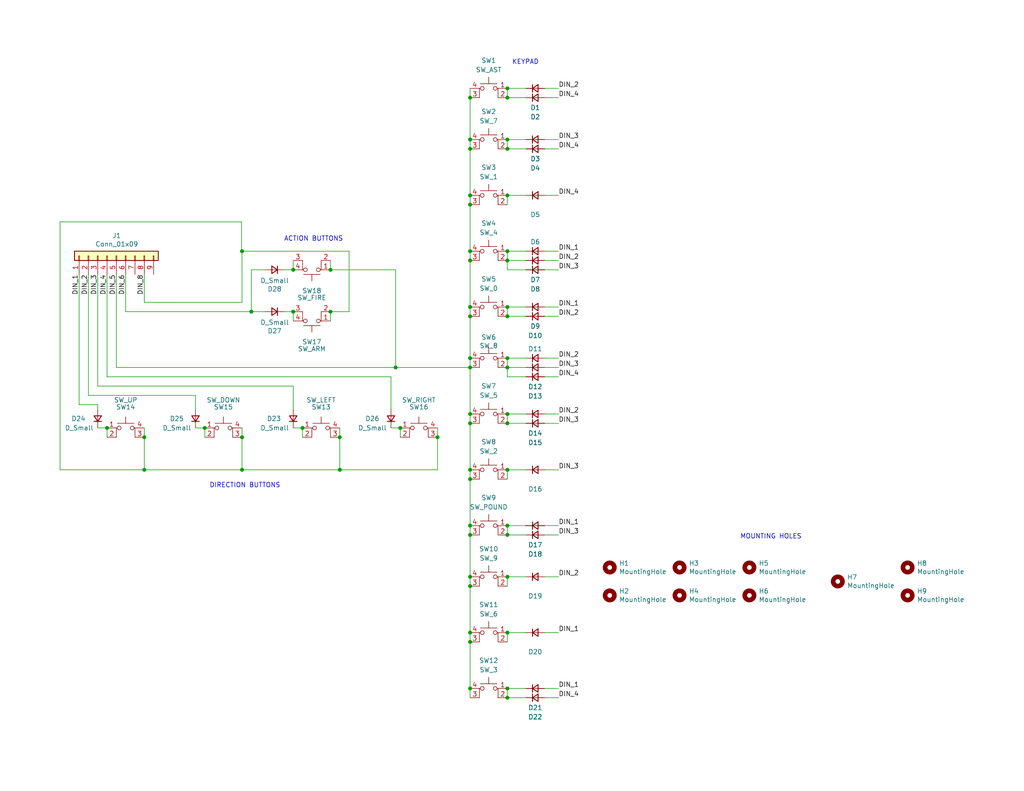
<source format=kicad_sch>
(kicad_sch
	(version 20231120)
	(generator "eeschema")
	(generator_version "8.0")
	(uuid "909efb56-6ead-4c33-b43f-ae05a3878582")
	(paper "USLetter")
	(title_block
		(title "coleco controller")
		(company "sparkletron")
		(comment 1 "Jay Convertino")
		(comment 2 "MIT License")
	)
	(lib_symbols
		(symbol "Connector_Generic:Conn_01x09"
			(pin_names
				(offset 1.016) hide)
			(exclude_from_sim no)
			(in_bom yes)
			(on_board yes)
			(property "Reference" "J"
				(at 0 12.7 0)
				(effects
					(font
						(size 1.27 1.27)
					)
				)
			)
			(property "Value" "Conn_01x09"
				(at 0 -12.7 0)
				(effects
					(font
						(size 1.27 1.27)
					)
				)
			)
			(property "Footprint" ""
				(at 0 0 0)
				(effects
					(font
						(size 1.27 1.27)
					)
					(hide yes)
				)
			)
			(property "Datasheet" "~"
				(at 0 0 0)
				(effects
					(font
						(size 1.27 1.27)
					)
					(hide yes)
				)
			)
			(property "Description" "Generic connector, single row, 01x09, script generated (kicad-library-utils/schlib/autogen/connector/)"
				(at 0 0 0)
				(effects
					(font
						(size 1.27 1.27)
					)
					(hide yes)
				)
			)
			(property "ki_keywords" "connector"
				(at 0 0 0)
				(effects
					(font
						(size 1.27 1.27)
					)
					(hide yes)
				)
			)
			(property "ki_fp_filters" "Connector*:*_1x??_*"
				(at 0 0 0)
				(effects
					(font
						(size 1.27 1.27)
					)
					(hide yes)
				)
			)
			(symbol "Conn_01x09_1_1"
				(rectangle
					(start -1.27 -10.033)
					(end 0 -10.287)
					(stroke
						(width 0.1524)
						(type default)
					)
					(fill
						(type none)
					)
				)
				(rectangle
					(start -1.27 -7.493)
					(end 0 -7.747)
					(stroke
						(width 0.1524)
						(type default)
					)
					(fill
						(type none)
					)
				)
				(rectangle
					(start -1.27 -4.953)
					(end 0 -5.207)
					(stroke
						(width 0.1524)
						(type default)
					)
					(fill
						(type none)
					)
				)
				(rectangle
					(start -1.27 -2.413)
					(end 0 -2.667)
					(stroke
						(width 0.1524)
						(type default)
					)
					(fill
						(type none)
					)
				)
				(rectangle
					(start -1.27 0.127)
					(end 0 -0.127)
					(stroke
						(width 0.1524)
						(type default)
					)
					(fill
						(type none)
					)
				)
				(rectangle
					(start -1.27 2.667)
					(end 0 2.413)
					(stroke
						(width 0.1524)
						(type default)
					)
					(fill
						(type none)
					)
				)
				(rectangle
					(start -1.27 5.207)
					(end 0 4.953)
					(stroke
						(width 0.1524)
						(type default)
					)
					(fill
						(type none)
					)
				)
				(rectangle
					(start -1.27 7.747)
					(end 0 7.493)
					(stroke
						(width 0.1524)
						(type default)
					)
					(fill
						(type none)
					)
				)
				(rectangle
					(start -1.27 10.287)
					(end 0 10.033)
					(stroke
						(width 0.1524)
						(type default)
					)
					(fill
						(type none)
					)
				)
				(rectangle
					(start -1.27 11.43)
					(end 1.27 -11.43)
					(stroke
						(width 0.254)
						(type default)
					)
					(fill
						(type background)
					)
				)
				(pin passive line
					(at -5.08 10.16 0)
					(length 3.81)
					(name "Pin_1"
						(effects
							(font
								(size 1.27 1.27)
							)
						)
					)
					(number "1"
						(effects
							(font
								(size 1.27 1.27)
							)
						)
					)
				)
				(pin passive line
					(at -5.08 7.62 0)
					(length 3.81)
					(name "Pin_2"
						(effects
							(font
								(size 1.27 1.27)
							)
						)
					)
					(number "2"
						(effects
							(font
								(size 1.27 1.27)
							)
						)
					)
				)
				(pin passive line
					(at -5.08 5.08 0)
					(length 3.81)
					(name "Pin_3"
						(effects
							(font
								(size 1.27 1.27)
							)
						)
					)
					(number "3"
						(effects
							(font
								(size 1.27 1.27)
							)
						)
					)
				)
				(pin passive line
					(at -5.08 2.54 0)
					(length 3.81)
					(name "Pin_4"
						(effects
							(font
								(size 1.27 1.27)
							)
						)
					)
					(number "4"
						(effects
							(font
								(size 1.27 1.27)
							)
						)
					)
				)
				(pin passive line
					(at -5.08 0 0)
					(length 3.81)
					(name "Pin_5"
						(effects
							(font
								(size 1.27 1.27)
							)
						)
					)
					(number "5"
						(effects
							(font
								(size 1.27 1.27)
							)
						)
					)
				)
				(pin passive line
					(at -5.08 -2.54 0)
					(length 3.81)
					(name "Pin_6"
						(effects
							(font
								(size 1.27 1.27)
							)
						)
					)
					(number "6"
						(effects
							(font
								(size 1.27 1.27)
							)
						)
					)
				)
				(pin passive line
					(at -5.08 -5.08 0)
					(length 3.81)
					(name "Pin_7"
						(effects
							(font
								(size 1.27 1.27)
							)
						)
					)
					(number "7"
						(effects
							(font
								(size 1.27 1.27)
							)
						)
					)
				)
				(pin passive line
					(at -5.08 -7.62 0)
					(length 3.81)
					(name "Pin_8"
						(effects
							(font
								(size 1.27 1.27)
							)
						)
					)
					(number "8"
						(effects
							(font
								(size 1.27 1.27)
							)
						)
					)
				)
				(pin passive line
					(at -5.08 -10.16 0)
					(length 3.81)
					(name "Pin_9"
						(effects
							(font
								(size 1.27 1.27)
							)
						)
					)
					(number "9"
						(effects
							(font
								(size 1.27 1.27)
							)
						)
					)
				)
			)
		)
		(symbol "Device:D_Small"
			(pin_numbers hide)
			(pin_names
				(offset 0.254) hide)
			(exclude_from_sim no)
			(in_bom yes)
			(on_board yes)
			(property "Reference" "D"
				(at -1.27 2.032 0)
				(effects
					(font
						(size 1.27 1.27)
					)
					(justify left)
				)
			)
			(property "Value" "D_Small"
				(at -3.81 -2.032 0)
				(effects
					(font
						(size 1.27 1.27)
					)
					(justify left)
				)
			)
			(property "Footprint" ""
				(at 0 0 90)
				(effects
					(font
						(size 1.27 1.27)
					)
					(hide yes)
				)
			)
			(property "Datasheet" "~"
				(at 0 0 90)
				(effects
					(font
						(size 1.27 1.27)
					)
					(hide yes)
				)
			)
			(property "Description" "Diode, small symbol"
				(at 0 0 0)
				(effects
					(font
						(size 1.27 1.27)
					)
					(hide yes)
				)
			)
			(property "ki_keywords" "diode"
				(at 0 0 0)
				(effects
					(font
						(size 1.27 1.27)
					)
					(hide yes)
				)
			)
			(property "ki_fp_filters" "TO-???* *_Diode_* *SingleDiode* D_*"
				(at 0 0 0)
				(effects
					(font
						(size 1.27 1.27)
					)
					(hide yes)
				)
			)
			(symbol "D_Small_0_1"
				(polyline
					(pts
						(xy -0.762 -1.016) (xy -0.762 1.016)
					)
					(stroke
						(width 0.254)
						(type default)
					)
					(fill
						(type none)
					)
				)
				(polyline
					(pts
						(xy -0.762 0) (xy 0.762 0)
					)
					(stroke
						(width 0)
						(type default)
					)
					(fill
						(type none)
					)
				)
				(polyline
					(pts
						(xy 0.762 -1.016) (xy -0.762 0) (xy 0.762 1.016) (xy 0.762 -1.016)
					)
					(stroke
						(width 0.254)
						(type default)
					)
					(fill
						(type none)
					)
				)
			)
			(symbol "D_Small_1_1"
				(pin passive line
					(at -2.54 0 0)
					(length 1.778)
					(name "K"
						(effects
							(font
								(size 1.27 1.27)
							)
						)
					)
					(number "1"
						(effects
							(font
								(size 1.27 1.27)
							)
						)
					)
				)
				(pin passive line
					(at 2.54 0 180)
					(length 1.778)
					(name "A"
						(effects
							(font
								(size 1.27 1.27)
							)
						)
					)
					(number "2"
						(effects
							(font
								(size 1.27 1.27)
							)
						)
					)
				)
			)
		)
		(symbol "Mechanical:MountingHole"
			(pin_names
				(offset 1.016)
			)
			(exclude_from_sim no)
			(in_bom yes)
			(on_board yes)
			(property "Reference" "H"
				(at 0 5.08 0)
				(effects
					(font
						(size 1.27 1.27)
					)
				)
			)
			(property "Value" "MountingHole"
				(at 0 3.175 0)
				(effects
					(font
						(size 1.27 1.27)
					)
				)
			)
			(property "Footprint" ""
				(at 0 0 0)
				(effects
					(font
						(size 1.27 1.27)
					)
					(hide yes)
				)
			)
			(property "Datasheet" "~"
				(at 0 0 0)
				(effects
					(font
						(size 1.27 1.27)
					)
					(hide yes)
				)
			)
			(property "Description" "Mounting Hole without connection"
				(at 0 0 0)
				(effects
					(font
						(size 1.27 1.27)
					)
					(hide yes)
				)
			)
			(property "ki_keywords" "mounting hole"
				(at 0 0 0)
				(effects
					(font
						(size 1.27 1.27)
					)
					(hide yes)
				)
			)
			(property "ki_fp_filters" "MountingHole*"
				(at 0 0 0)
				(effects
					(font
						(size 1.27 1.27)
					)
					(hide yes)
				)
			)
			(symbol "MountingHole_0_1"
				(circle
					(center 0 0)
					(radius 1.27)
					(stroke
						(width 1.27)
						(type default)
					)
					(fill
						(type none)
					)
				)
			)
		)
		(symbol "Switch:SW_MEC_5E"
			(pin_names
				(offset 1.016) hide)
			(exclude_from_sim no)
			(in_bom yes)
			(on_board yes)
			(property "Reference" "SW"
				(at 0.635 5.715 0)
				(effects
					(font
						(size 1.27 1.27)
					)
					(justify left)
				)
			)
			(property "Value" "SW_MEC_5E"
				(at 0 -3.175 0)
				(effects
					(font
						(size 1.27 1.27)
					)
				)
			)
			(property "Footprint" ""
				(at 0 7.62 0)
				(effects
					(font
						(size 1.27 1.27)
					)
					(hide yes)
				)
			)
			(property "Datasheet" "http://www.apem.com/int/index.php?controller=attachment&id_attachment=1371"
				(at 0 7.62 0)
				(effects
					(font
						(size 1.27 1.27)
					)
					(hide yes)
				)
			)
			(property "Description" "MEC 5E single pole normally-open tactile switch"
				(at 0 0 0)
				(effects
					(font
						(size 1.27 1.27)
					)
					(hide yes)
				)
			)
			(property "ki_keywords" "switch normally-open pushbutton push-button"
				(at 0 0 0)
				(effects
					(font
						(size 1.27 1.27)
					)
					(hide yes)
				)
			)
			(property "ki_fp_filters" "SW*MEC*5G*"
				(at 0 0 0)
				(effects
					(font
						(size 1.27 1.27)
					)
					(hide yes)
				)
			)
			(symbol "SW_MEC_5E_0_1"
				(circle
					(center -1.778 2.54)
					(radius 0.508)
					(stroke
						(width 0)
						(type default)
					)
					(fill
						(type none)
					)
				)
				(polyline
					(pts
						(xy -2.286 3.81) (xy 2.286 3.81)
					)
					(stroke
						(width 0)
						(type default)
					)
					(fill
						(type none)
					)
				)
				(polyline
					(pts
						(xy 0 3.81) (xy 0 5.588)
					)
					(stroke
						(width 0)
						(type default)
					)
					(fill
						(type none)
					)
				)
				(polyline
					(pts
						(xy -2.54 0) (xy -2.54 2.54) (xy -2.286 2.54)
					)
					(stroke
						(width 0)
						(type default)
					)
					(fill
						(type none)
					)
				)
				(polyline
					(pts
						(xy 2.54 0) (xy 2.54 2.54) (xy 2.286 2.54)
					)
					(stroke
						(width 0)
						(type default)
					)
					(fill
						(type none)
					)
				)
				(circle
					(center 1.778 2.54)
					(radius 0.508)
					(stroke
						(width 0)
						(type default)
					)
					(fill
						(type none)
					)
				)
				(pin passive line
					(at -5.08 2.54 0)
					(length 2.54)
					(name "1"
						(effects
							(font
								(size 1.27 1.27)
							)
						)
					)
					(number "1"
						(effects
							(font
								(size 1.27 1.27)
							)
						)
					)
				)
				(pin passive line
					(at -5.08 0 0)
					(length 2.54)
					(name "2"
						(effects
							(font
								(size 1.27 1.27)
							)
						)
					)
					(number "2"
						(effects
							(font
								(size 1.27 1.27)
							)
						)
					)
				)
				(pin passive line
					(at 5.08 0 180)
					(length 2.54)
					(name "K"
						(effects
							(font
								(size 1.27 1.27)
							)
						)
					)
					(number "3"
						(effects
							(font
								(size 1.27 1.27)
							)
						)
					)
				)
				(pin passive line
					(at 5.08 2.54 180)
					(length 2.54)
					(name "A"
						(effects
							(font
								(size 1.27 1.27)
							)
						)
					)
					(number "4"
						(effects
							(font
								(size 1.27 1.27)
							)
						)
					)
				)
			)
		)
	)
	(junction
		(at 90.17 73.66)
		(diameter 0)
		(color 0 0 0 0)
		(uuid "0b413185-bdc1-48de-aeee-a3fae7bcbc0d")
	)
	(junction
		(at 138.43 97.79)
		(diameter 0)
		(color 0 0 0 0)
		(uuid "0f46bae5-93f6-4dfb-bbbe-353691276724")
	)
	(junction
		(at 138.43 190.5)
		(diameter 0)
		(color 0 0 0 0)
		(uuid "0fc2a632-810e-4e1e-930c-274da4564292")
	)
	(junction
		(at 138.43 128.27)
		(diameter 0)
		(color 0 0 0 0)
		(uuid "1264852a-4fdc-41aa-8819-0ed4a23f8b21")
	)
	(junction
		(at 138.43 24.13)
		(diameter 0)
		(color 0 0 0 0)
		(uuid "131012e5-df93-4f93-853f-b2ae1ce1ad8b")
	)
	(junction
		(at 138.43 143.51)
		(diameter 0)
		(color 0 0 0 0)
		(uuid "13902217-1376-4267-9d12-81582bd2d784")
	)
	(junction
		(at 138.43 86.36)
		(diameter 0)
		(color 0 0 0 0)
		(uuid "1875c3e0-1466-4007-aa1d-e5c340e4814c")
	)
	(junction
		(at 66.04 68.58)
		(diameter 0)
		(color 0 0 0 0)
		(uuid "1b8d4b22-0829-43d9-a2c9-8bddb51d292b")
	)
	(junction
		(at 128.27 115.57)
		(diameter 0)
		(color 0 0 0 0)
		(uuid "22aec9b5-3cb8-4726-be10-5a8a53c15f5c")
	)
	(junction
		(at 29.21 116.84)
		(diameter 0)
		(color 0 0 0 0)
		(uuid "22ec96e3-4004-4e39-9227-c94cf8090d49")
	)
	(junction
		(at 128.27 71.12)
		(diameter 0)
		(color 0 0 0 0)
		(uuid "242349c1-6218-4e72-974f-a3ca861a0f9b")
	)
	(junction
		(at 138.43 146.05)
		(diameter 0)
		(color 0 0 0 0)
		(uuid "282deaf2-d349-4554-bdae-cc05b4bae59a")
	)
	(junction
		(at 128.27 175.26)
		(diameter 0)
		(color 0 0 0 0)
		(uuid "314fd97b-d258-491c-b1f3-7dfb9d6f237e")
	)
	(junction
		(at 68.58 85.09)
		(diameter 0)
		(color 0 0 0 0)
		(uuid "39f25b19-b222-4aff-a4d0-645ddd97672b")
	)
	(junction
		(at 92.71 119.38)
		(diameter 0)
		(color 0 0 0 0)
		(uuid "3b872edd-bb82-4551-9fe0-a9418d1e9229")
	)
	(junction
		(at 80.01 85.09)
		(diameter 0)
		(color 0 0 0 0)
		(uuid "45dbf3d8-98a5-404e-a9c1-2ebee080727d")
	)
	(junction
		(at 138.43 172.72)
		(diameter 0)
		(color 0 0 0 0)
		(uuid "4d6e9b84-6867-4a46-b621-ce5dd04b31b7")
	)
	(junction
		(at 66.04 128.27)
		(diameter 0)
		(color 0 0 0 0)
		(uuid "4df88998-0635-4853-98b9-513d0ef21652")
	)
	(junction
		(at 138.43 40.64)
		(diameter 0)
		(color 0 0 0 0)
		(uuid "54a594ef-919d-4c28-83dc-dc1cb265f1a4")
	)
	(junction
		(at 128.27 40.64)
		(diameter 0)
		(color 0 0 0 0)
		(uuid "5609cd5c-1d72-4b47-8205-38d527c9faa5")
	)
	(junction
		(at 128.27 83.82)
		(diameter 0)
		(color 0 0 0 0)
		(uuid "633e1f9f-02a3-4dbd-aee2-eb1267203b8b")
	)
	(junction
		(at 138.43 157.48)
		(diameter 0)
		(color 0 0 0 0)
		(uuid "6c232d3e-5f3a-4806-a300-c63310f3addc")
	)
	(junction
		(at 80.01 73.66)
		(diameter 0)
		(color 0 0 0 0)
		(uuid "70b300aa-4e48-4913-8196-2b133d5a9686")
	)
	(junction
		(at 128.27 157.48)
		(diameter 0)
		(color 0 0 0 0)
		(uuid "72ab1460-c0ea-4fec-bc7f-278fdee12d54")
	)
	(junction
		(at 128.27 68.58)
		(diameter 0)
		(color 0 0 0 0)
		(uuid "7a724fbb-e183-478c-8e6d-6f45914b10e9")
	)
	(junction
		(at 138.43 38.1)
		(diameter 0)
		(color 0 0 0 0)
		(uuid "7ddd123b-b5f6-47b5-b3ed-fef890b735ac")
	)
	(junction
		(at 128.27 97.79)
		(diameter 0)
		(color 0 0 0 0)
		(uuid "7f7e9166-f474-4e6b-bd3e-87a88877883b")
	)
	(junction
		(at 128.27 146.05)
		(diameter 0)
		(color 0 0 0 0)
		(uuid "80586181-f810-48b1-9721-4247a7fcaac5")
	)
	(junction
		(at 128.27 53.34)
		(diameter 0)
		(color 0 0 0 0)
		(uuid "88532808-26d4-48cc-9a07-9e941e52f775")
	)
	(junction
		(at 128.27 172.72)
		(diameter 0)
		(color 0 0 0 0)
		(uuid "8dc102b0-a914-4e50-bd98-5c7f45285ae2")
	)
	(junction
		(at 92.71 128.27)
		(diameter 0)
		(color 0 0 0 0)
		(uuid "9f0341ad-f19c-4253-b719-48c44d52d7ac")
	)
	(junction
		(at 128.27 55.88)
		(diameter 0)
		(color 0 0 0 0)
		(uuid "a1b6342c-24fe-4592-87bc-9d45aca817a8")
	)
	(junction
		(at 55.88 116.84)
		(diameter 0)
		(color 0 0 0 0)
		(uuid "a2b0bf82-a2e9-484f-8df1-548acdaf8afd")
	)
	(junction
		(at 39.37 119.38)
		(diameter 0)
		(color 0 0 0 0)
		(uuid "a3083003-e47c-480b-bf2d-632b857e117e")
	)
	(junction
		(at 128.27 113.03)
		(diameter 0)
		(color 0 0 0 0)
		(uuid "a3fc2766-0dc9-4097-b38e-1128074e3869")
	)
	(junction
		(at 128.27 86.36)
		(diameter 0)
		(color 0 0 0 0)
		(uuid "a5b43e51-f58b-4ea5-8816-3fa8160e7d4a")
	)
	(junction
		(at 119.38 119.38)
		(diameter 0)
		(color 0 0 0 0)
		(uuid "ab818387-0de8-48b1-bc9b-df92b4fa42af")
	)
	(junction
		(at 128.27 100.33)
		(diameter 0)
		(color 0 0 0 0)
		(uuid "ab90ab8b-ebb8-4ab4-8264-ad5752d2d7e1")
	)
	(junction
		(at 90.17 85.09)
		(diameter 0)
		(color 0 0 0 0)
		(uuid "ae0e9d96-944c-444a-a827-0e643930c368")
	)
	(junction
		(at 128.27 26.67)
		(diameter 0)
		(color 0 0 0 0)
		(uuid "b455c6c8-7c11-4a9e-8ec7-3d8169b7dc84")
	)
	(junction
		(at 138.43 115.57)
		(diameter 0)
		(color 0 0 0 0)
		(uuid "b909996a-feb2-44a6-9bcd-8975f72cf884")
	)
	(junction
		(at 128.27 128.27)
		(diameter 0)
		(color 0 0 0 0)
		(uuid "beee4b80-9b2d-4c7d-86ed-cea02f850ed5")
	)
	(junction
		(at 39.37 128.27)
		(diameter 0)
		(color 0 0 0 0)
		(uuid "c30185bb-daa7-4f34-a0b3-1e0f87437e1a")
	)
	(junction
		(at 109.22 116.84)
		(diameter 0)
		(color 0 0 0 0)
		(uuid "d10d40f3-b0af-46ca-88df-3c85c7f9906c")
	)
	(junction
		(at 138.43 26.67)
		(diameter 0)
		(color 0 0 0 0)
		(uuid "d2a67aa2-e776-4bd6-bdac-6766203f510d")
	)
	(junction
		(at 128.27 130.81)
		(diameter 0)
		(color 0 0 0 0)
		(uuid "d9377164-061c-44be-a0ff-366bf0531477")
	)
	(junction
		(at 138.43 100.33)
		(diameter 0)
		(color 0 0 0 0)
		(uuid "db1e3eab-97b4-48dc-b5dd-9d157c619db7")
	)
	(junction
		(at 107.95 100.33)
		(diameter 0)
		(color 0 0 0 0)
		(uuid "dbbbca0d-a328-4924-9d62-0a7edbc56e19")
	)
	(junction
		(at 138.43 68.58)
		(diameter 0)
		(color 0 0 0 0)
		(uuid "e1501b40-9646-40b9-a60e-16a8b9fd41fe")
	)
	(junction
		(at 138.43 83.82)
		(diameter 0)
		(color 0 0 0 0)
		(uuid "e338ba49-e277-4778-abec-576075ede8b1")
	)
	(junction
		(at 128.27 143.51)
		(diameter 0)
		(color 0 0 0 0)
		(uuid "e4806283-236c-4e84-8c37-867800253308")
	)
	(junction
		(at 138.43 187.96)
		(diameter 0)
		(color 0 0 0 0)
		(uuid "e7d0cf70-836c-4b30-bf7a-975061329531")
	)
	(junction
		(at 128.27 38.1)
		(diameter 0)
		(color 0 0 0 0)
		(uuid "ee378ec9-6d7d-4478-a651-7ecef79986bf")
	)
	(junction
		(at 138.43 53.34)
		(diameter 0)
		(color 0 0 0 0)
		(uuid "f2dcde9f-fcca-475b-a3c6-20bd5d5640e2")
	)
	(junction
		(at 128.27 187.96)
		(diameter 0)
		(color 0 0 0 0)
		(uuid "f433c9fe-703d-4261-a330-123d6d472747")
	)
	(junction
		(at 138.43 113.03)
		(diameter 0)
		(color 0 0 0 0)
		(uuid "f6ac7f58-455c-4a74-9a2b-831e75bb9f79")
	)
	(junction
		(at 66.04 119.38)
		(diameter 0)
		(color 0 0 0 0)
		(uuid "f73eedca-e9b7-4c38-b087-ccd8f4589037")
	)
	(junction
		(at 128.27 160.02)
		(diameter 0)
		(color 0 0 0 0)
		(uuid "f8017fa9-b9f2-43e0-a3cc-8d2d598897a5")
	)
	(junction
		(at 138.43 71.12)
		(diameter 0)
		(color 0 0 0 0)
		(uuid "feaabb13-7102-4882-8b5a-32ed19ceb39f")
	)
	(junction
		(at 82.55 116.84)
		(diameter 0)
		(color 0 0 0 0)
		(uuid "ff5ad8f1-f28c-4bda-b3ca-23746beb7da4")
	)
	(wire
		(pts
			(xy 109.22 116.84) (xy 109.22 119.38)
		)
		(stroke
			(width 0)
			(type default)
		)
		(uuid "01d5c846-cc26-4635-a5e4-04729c802149")
	)
	(wire
		(pts
			(xy 152.4 157.48) (xy 148.59 157.48)
		)
		(stroke
			(width 0)
			(type default)
		)
		(uuid "02fd1cb3-b83b-422f-b8b2-87f148819412")
	)
	(wire
		(pts
			(xy 152.4 26.67) (xy 148.59 26.67)
		)
		(stroke
			(width 0)
			(type default)
		)
		(uuid "041878c1-cc68-4cff-b29c-d8f645164c22")
	)
	(wire
		(pts
			(xy 65.913 68.58) (xy 65.913 60.579)
		)
		(stroke
			(width 0)
			(type default)
		)
		(uuid "049b0582-8c08-4258-a37e-6d377e7a41b1")
	)
	(wire
		(pts
			(xy 39.37 82.55) (xy 66.04 82.55)
		)
		(stroke
			(width 0)
			(type default)
		)
		(uuid "058e0ac4-5061-4c26-89a0-c70da8b29ef6")
	)
	(wire
		(pts
			(xy 26.67 110.49) (xy 26.67 111.76)
		)
		(stroke
			(width 0)
			(type default)
		)
		(uuid "07476da8-d93e-4017-9f86-01cd14bc20fb")
	)
	(wire
		(pts
			(xy 66.04 116.84) (xy 66.04 119.38)
		)
		(stroke
			(width 0)
			(type default)
		)
		(uuid "078b24de-a756-4c23-8b41-01b21bfa13ac")
	)
	(wire
		(pts
			(xy 128.27 68.58) (xy 128.27 71.12)
		)
		(stroke
			(width 0)
			(type default)
		)
		(uuid "09afc6b0-1108-49c6-b559-d2ced93a50aa")
	)
	(wire
		(pts
			(xy 138.43 100.33) (xy 138.43 102.87)
		)
		(stroke
			(width 0)
			(type default)
		)
		(uuid "0b38a7bc-89f6-48ec-835f-1ce52c79296b")
	)
	(wire
		(pts
			(xy 128.27 100.33) (xy 128.27 113.03)
		)
		(stroke
			(width 0)
			(type default)
		)
		(uuid "0c68b493-2506-4234-aa45-8a23c15fd5a0")
	)
	(wire
		(pts
			(xy 128.27 86.36) (xy 128.27 97.79)
		)
		(stroke
			(width 0)
			(type default)
		)
		(uuid "0da9453e-5fb3-4626-b93d-116f8a4b8547")
	)
	(wire
		(pts
			(xy 66.04 128.27) (xy 92.71 128.27)
		)
		(stroke
			(width 0)
			(type default)
		)
		(uuid "130690c4-fc3e-4bca-a19c-eaead965e1f4")
	)
	(wire
		(pts
			(xy 143.51 172.72) (xy 138.43 172.72)
		)
		(stroke
			(width 0)
			(type default)
		)
		(uuid "14274131-f459-4a92-a9a1-5e8c3810b8ea")
	)
	(wire
		(pts
			(xy 152.4 53.34) (xy 148.59 53.34)
		)
		(stroke
			(width 0)
			(type default)
		)
		(uuid "14309f87-d53e-44af-9d42-b1dd38d98a0b")
	)
	(wire
		(pts
			(xy 138.43 68.58) (xy 138.43 71.12)
		)
		(stroke
			(width 0)
			(type default)
		)
		(uuid "14753ab5-553a-457d-a9fa-51258740802d")
	)
	(wire
		(pts
			(xy 66.04 128.27) (xy 66.04 119.38)
		)
		(stroke
			(width 0)
			(type default)
		)
		(uuid "15c87cd2-a941-4719-ba7b-1d6d37cc70c0")
	)
	(wire
		(pts
			(xy 148.59 115.57) (xy 152.4 115.57)
		)
		(stroke
			(width 0)
			(type default)
		)
		(uuid "15ce5124-29d9-4823-966d-0c6ebc0c2ec1")
	)
	(wire
		(pts
			(xy 34.29 85.09) (xy 68.58 85.09)
		)
		(stroke
			(width 0)
			(type default)
		)
		(uuid "16b7be24-9960-45ad-a600-6958e4eec6f2")
	)
	(wire
		(pts
			(xy 29.21 102.87) (xy 106.68 102.87)
		)
		(stroke
			(width 0)
			(type default)
		)
		(uuid "17b3df97-d17a-452f-be0e-1afc1d1acef1")
	)
	(wire
		(pts
			(xy 80.01 116.84) (xy 82.55 116.84)
		)
		(stroke
			(width 0)
			(type default)
		)
		(uuid "1a11a61f-aef6-444d-8089-f6c2e860bce6")
	)
	(wire
		(pts
			(xy 77.47 73.66) (xy 80.01 73.66)
		)
		(stroke
			(width 0)
			(type default)
		)
		(uuid "1b4ea284-c866-4bf2-bdab-81ec1a0eea20")
	)
	(wire
		(pts
			(xy 68.58 85.09) (xy 72.39 85.09)
		)
		(stroke
			(width 0)
			(type default)
		)
		(uuid "1bb5848d-98e6-43a5-9514-82323cad4e59")
	)
	(wire
		(pts
			(xy 16.383 60.579) (xy 16.383 128.27)
		)
		(stroke
			(width 0)
			(type default)
		)
		(uuid "1c364803-aa00-49be-be89-3b98d044ee58")
	)
	(wire
		(pts
			(xy 31.75 74.93) (xy 31.75 100.33)
		)
		(stroke
			(width 0)
			(type default)
		)
		(uuid "1d7dd1c4-78c8-467e-868f-411b4ea67988")
	)
	(wire
		(pts
			(xy 107.95 73.66) (xy 107.95 100.33)
		)
		(stroke
			(width 0)
			(type default)
		)
		(uuid "1e2638f6-ed03-4ffd-9590-46785dc1510f")
	)
	(wire
		(pts
			(xy 26.67 74.93) (xy 26.67 105.41)
		)
		(stroke
			(width 0)
			(type default)
		)
		(uuid "1e3482e7-2166-4ea8-bf61-d6ddaba5e1c1")
	)
	(wire
		(pts
			(xy 152.4 38.1) (xy 148.59 38.1)
		)
		(stroke
			(width 0)
			(type default)
		)
		(uuid "1fdf5659-9c8b-4951-9827-b12b4db9ad8e")
	)
	(wire
		(pts
			(xy 77.47 85.09) (xy 80.01 85.09)
		)
		(stroke
			(width 0)
			(type default)
		)
		(uuid "248f11ee-9dd9-473d-8a4a-ad9de0b1dce1")
	)
	(wire
		(pts
			(xy 138.43 113.03) (xy 138.43 115.57)
		)
		(stroke
			(width 0)
			(type default)
		)
		(uuid "24cdb5ca-c2bc-48e6-add6-57d700b88cc2")
	)
	(wire
		(pts
			(xy 90.17 71.12) (xy 90.17 73.66)
		)
		(stroke
			(width 0)
			(type default)
		)
		(uuid "27a7628e-317c-4fac-8151-77864c74edf3")
	)
	(wire
		(pts
			(xy 143.51 146.05) (xy 138.43 146.05)
		)
		(stroke
			(width 0)
			(type default)
		)
		(uuid "293ddfc6-764b-4932-ac8e-13746ff6e916")
	)
	(wire
		(pts
			(xy 143.51 83.82) (xy 138.43 83.82)
		)
		(stroke
			(width 0)
			(type default)
		)
		(uuid "29e6061e-9613-4ed2-9e04-4c53615b9692")
	)
	(wire
		(pts
			(xy 39.37 74.93) (xy 39.37 82.55)
		)
		(stroke
			(width 0)
			(type default)
		)
		(uuid "2b1ae48c-c1e9-493c-9ce0-a2634b2e4d07")
	)
	(wire
		(pts
			(xy 106.68 102.87) (xy 106.68 111.76)
		)
		(stroke
			(width 0)
			(type default)
		)
		(uuid "2c6a6a13-eb8d-4a36-b56b-539520cf11e5")
	)
	(wire
		(pts
			(xy 128.27 190.5) (xy 128.27 187.96)
		)
		(stroke
			(width 0)
			(type default)
		)
		(uuid "2d3753ca-415b-4ea1-9476-7a07bbbf73cb")
	)
	(wire
		(pts
			(xy 143.51 102.87) (xy 138.43 102.87)
		)
		(stroke
			(width 0)
			(type default)
		)
		(uuid "2e29711d-eed4-4000-a322-e9deca1100c7")
	)
	(wire
		(pts
			(xy 143.51 68.58) (xy 138.43 68.58)
		)
		(stroke
			(width 0)
			(type default)
		)
		(uuid "3127efee-629f-411c-aae0-308221efd3bb")
	)
	(wire
		(pts
			(xy 26.67 105.41) (xy 80.01 105.41)
		)
		(stroke
			(width 0)
			(type default)
		)
		(uuid "315c8074-513d-4461-a060-88015194a1da")
	)
	(wire
		(pts
			(xy 53.34 116.84) (xy 55.88 116.84)
		)
		(stroke
			(width 0)
			(type default)
		)
		(uuid "356d4602-9c3d-42da-a78a-f9d88f6e86cd")
	)
	(wire
		(pts
			(xy 128.27 55.88) (xy 128.27 68.58)
		)
		(stroke
			(width 0)
			(type default)
		)
		(uuid "3688b7f9-41fe-4276-8b90-596412bed73f")
	)
	(wire
		(pts
			(xy 138.43 86.36) (xy 143.51 86.36)
		)
		(stroke
			(width 0)
			(type default)
		)
		(uuid "3be43b74-9d04-44ea-a9b6-7b6330772a42")
	)
	(wire
		(pts
			(xy 128.27 113.03) (xy 128.27 115.57)
		)
		(stroke
			(width 0)
			(type default)
		)
		(uuid "3c32db06-3ad2-4870-8acf-a73f7c7bf20f")
	)
	(wire
		(pts
			(xy 143.51 113.03) (xy 138.43 113.03)
		)
		(stroke
			(width 0)
			(type default)
		)
		(uuid "3e5c893a-29fe-4525-a094-ddce9d269d00")
	)
	(wire
		(pts
			(xy 138.43 143.51) (xy 138.43 146.05)
		)
		(stroke
			(width 0)
			(type default)
		)
		(uuid "3f572ec5-72ea-46ff-9345-fad69c749f1d")
	)
	(wire
		(pts
			(xy 143.51 128.27) (xy 138.43 128.27)
		)
		(stroke
			(width 0)
			(type default)
		)
		(uuid "41e37909-e87c-41e6-b233-f6ec630de677")
	)
	(wire
		(pts
			(xy 152.4 143.51) (xy 148.59 143.51)
		)
		(stroke
			(width 0)
			(type default)
		)
		(uuid "42798858-2110-4e13-84a0-a0fd4910e3bf")
	)
	(wire
		(pts
			(xy 143.51 143.51) (xy 138.43 143.51)
		)
		(stroke
			(width 0)
			(type default)
		)
		(uuid "4343a600-f59d-4b3c-a844-8bf912d589fe")
	)
	(wire
		(pts
			(xy 143.51 40.64) (xy 138.43 40.64)
		)
		(stroke
			(width 0)
			(type default)
		)
		(uuid "44653959-ec03-4e99-ad4c-22af56be12e3")
	)
	(wire
		(pts
			(xy 95.25 68.58) (xy 95.25 85.09)
		)
		(stroke
			(width 0)
			(type default)
		)
		(uuid "45e9e785-9782-438d-bd6a-dee37d86b0b2")
	)
	(wire
		(pts
			(xy 21.59 110.49) (xy 26.67 110.49)
		)
		(stroke
			(width 0)
			(type default)
		)
		(uuid "468d79ed-4235-4fb4-b785-7c3526297602")
	)
	(wire
		(pts
			(xy 90.17 73.66) (xy 107.95 73.66)
		)
		(stroke
			(width 0)
			(type default)
		)
		(uuid "46f1c0f9-48b1-4d3b-9efa-d8acc93f6b95")
	)
	(wire
		(pts
			(xy 138.43 157.48) (xy 138.43 160.02)
		)
		(stroke
			(width 0)
			(type default)
		)
		(uuid "473f012d-52f8-4a90-bff9-7179ffc0e421")
	)
	(wire
		(pts
			(xy 16.383 128.27) (xy 39.37 128.27)
		)
		(stroke
			(width 0)
			(type default)
		)
		(uuid "47a5bb3c-3ee5-4728-9a79-fd1bc3f993a9")
	)
	(wire
		(pts
			(xy 53.34 107.95) (xy 53.34 111.76)
		)
		(stroke
			(width 0)
			(type default)
		)
		(uuid "47ceb5dc-0c14-4874-946a-fad8eb5b8f8a")
	)
	(wire
		(pts
			(xy 128.27 26.67) (xy 128.27 38.1)
		)
		(stroke
			(width 0)
			(type default)
		)
		(uuid "4aec0e72-4095-41a4-a296-89eb069d1b20")
	)
	(wire
		(pts
			(xy 138.43 38.1) (xy 138.43 40.64)
		)
		(stroke
			(width 0)
			(type default)
		)
		(uuid "4d336548-6cb4-473e-933c-94cc33e22388")
	)
	(wire
		(pts
			(xy 128.27 115.57) (xy 128.27 128.27)
		)
		(stroke
			(width 0)
			(type default)
		)
		(uuid "4f20e760-02e8-43af-82e5-e1dcc678bd5d")
	)
	(wire
		(pts
			(xy 152.4 100.33) (xy 148.59 100.33)
		)
		(stroke
			(width 0)
			(type default)
		)
		(uuid "5051e36b-44ca-46e8-8544-8d2485250529")
	)
	(wire
		(pts
			(xy 138.43 83.82) (xy 138.43 86.36)
		)
		(stroke
			(width 0)
			(type default)
		)
		(uuid "52f640e6-9fd0-4d06-8fa6-b67d261abe8a")
	)
	(wire
		(pts
			(xy 143.51 26.67) (xy 138.43 26.67)
		)
		(stroke
			(width 0)
			(type default)
		)
		(uuid "534a9c13-5f59-45e1-8a4d-47e8efd3c6a2")
	)
	(wire
		(pts
			(xy 128.27 24.13) (xy 128.27 26.67)
		)
		(stroke
			(width 0)
			(type default)
		)
		(uuid "568ac034-0f46-4d5b-b1a1-28f819ccdda8")
	)
	(wire
		(pts
			(xy 128.27 130.81) (xy 128.27 143.51)
		)
		(stroke
			(width 0)
			(type default)
		)
		(uuid "580ae2d4-b20d-4808-9b4c-c023d92f0b08")
	)
	(wire
		(pts
			(xy 107.95 100.33) (xy 128.27 100.33)
		)
		(stroke
			(width 0)
			(type default)
		)
		(uuid "5a4a9ac7-faad-4df0-8939-86b8f1fba944")
	)
	(wire
		(pts
			(xy 143.51 100.33) (xy 138.43 100.33)
		)
		(stroke
			(width 0)
			(type default)
		)
		(uuid "5acc853d-ec79-4149-aa13-11357c227a49")
	)
	(wire
		(pts
			(xy 152.4 24.13) (xy 148.59 24.13)
		)
		(stroke
			(width 0)
			(type default)
		)
		(uuid "5cea4987-5137-44b8-af39-2fd48d37560a")
	)
	(wire
		(pts
			(xy 128.27 38.1) (xy 128.27 40.64)
		)
		(stroke
			(width 0)
			(type default)
		)
		(uuid "5e7991c4-93ab-4b52-bdb5-d26e30d2b481")
	)
	(wire
		(pts
			(xy 128.27 143.51) (xy 128.27 146.05)
		)
		(stroke
			(width 0)
			(type default)
		)
		(uuid "66f98d36-8e94-42fd-9402-7d2edfd4006c")
	)
	(wire
		(pts
			(xy 24.13 107.95) (xy 53.34 107.95)
		)
		(stroke
			(width 0)
			(type default)
		)
		(uuid "67de0a8f-2906-4bfb-bd08-96567bf482b1")
	)
	(wire
		(pts
			(xy 21.59 74.93) (xy 21.59 110.49)
		)
		(stroke
			(width 0)
			(type default)
		)
		(uuid "6aad9aa7-0a3a-4031-9069-72100fc316b7")
	)
	(wire
		(pts
			(xy 29.21 116.84) (xy 29.21 119.38)
		)
		(stroke
			(width 0)
			(type default)
		)
		(uuid "6d7f9846-360b-47fa-a29c-901430b461bb")
	)
	(wire
		(pts
			(xy 143.51 73.66) (xy 138.43 73.66)
		)
		(stroke
			(width 0)
			(type default)
		)
		(uuid "6dfdc365-0504-4d0f-ba7f-d0272a5c0943")
	)
	(wire
		(pts
			(xy 68.58 85.09) (xy 68.58 73.66)
		)
		(stroke
			(width 0)
			(type default)
		)
		(uuid "6e89d2db-1638-4e81-8a60-3056a8b7ff61")
	)
	(wire
		(pts
			(xy 128.27 40.64) (xy 128.27 53.34)
		)
		(stroke
			(width 0)
			(type default)
		)
		(uuid "6f55d186-9112-4119-b6f6-b11ebaf9f158")
	)
	(wire
		(pts
			(xy 152.4 190.5) (xy 148.59 190.5)
		)
		(stroke
			(width 0)
			(type default)
		)
		(uuid "747dcb4a-69ac-46c4-915d-7b2eb01e64a8")
	)
	(wire
		(pts
			(xy 128.27 128.27) (xy 128.27 130.81)
		)
		(stroke
			(width 0)
			(type default)
		)
		(uuid "79d91f87-1ad7-4ee2-829d-e4dc092e1e15")
	)
	(wire
		(pts
			(xy 148.59 97.79) (xy 152.4 97.79)
		)
		(stroke
			(width 0)
			(type default)
		)
		(uuid "7a605d33-173a-4e47-98ba-c78b55a5579b")
	)
	(wire
		(pts
			(xy 39.37 119.38) (xy 39.37 116.84)
		)
		(stroke
			(width 0)
			(type default)
		)
		(uuid "7d519b38-a7cb-4f57-ab2f-97c10246b60c")
	)
	(wire
		(pts
			(xy 128.27 97.79) (xy 128.27 100.33)
		)
		(stroke
			(width 0)
			(type default)
		)
		(uuid "7d95afcf-736b-447c-a608-0b86d6effe80")
	)
	(wire
		(pts
			(xy 148.59 102.87) (xy 152.4 102.87)
		)
		(stroke
			(width 0)
			(type default)
		)
		(uuid "8099ed81-d9d7-425b-bc36-bf1de8d8821f")
	)
	(wire
		(pts
			(xy 143.51 190.5) (xy 138.43 190.5)
		)
		(stroke
			(width 0)
			(type default)
		)
		(uuid "82c720c9-50c2-43cc-a216-1b0ce20e8218")
	)
	(wire
		(pts
			(xy 106.68 116.84) (xy 109.22 116.84)
		)
		(stroke
			(width 0)
			(type default)
		)
		(uuid "83f42ada-3247-49dc-b550-b5b2645c1834")
	)
	(wire
		(pts
			(xy 66.04 82.55) (xy 66.04 68.58)
		)
		(stroke
			(width 0)
			(type default)
		)
		(uuid "8944a25a-3ff1-4b47-b44b-0c3ee4325a76")
	)
	(wire
		(pts
			(xy 138.43 53.34) (xy 143.51 53.34)
		)
		(stroke
			(width 0)
			(type default)
		)
		(uuid "8ceb5e7e-8ed1-4d91-bb80-a3829dfe0083")
	)
	(wire
		(pts
			(xy 138.43 55.88) (xy 138.43 53.34)
		)
		(stroke
			(width 0)
			(type default)
		)
		(uuid "8d578499-cbae-44dd-a5a0-0b82b1024dca")
	)
	(wire
		(pts
			(xy 148.59 146.05) (xy 152.4 146.05)
		)
		(stroke
			(width 0)
			(type default)
		)
		(uuid "90fcc3a5-b9a7-464d-a3ff-bcb5a8d06ac3")
	)
	(wire
		(pts
			(xy 138.43 130.81) (xy 138.43 128.27)
		)
		(stroke
			(width 0)
			(type default)
		)
		(uuid "92ab80f4-7c48-4985-8f76-c3406ecac83b")
	)
	(wire
		(pts
			(xy 128.27 146.05) (xy 128.27 157.48)
		)
		(stroke
			(width 0)
			(type default)
		)
		(uuid "936c61ab-522f-4d26-aa87-e66d71eaf36f")
	)
	(wire
		(pts
			(xy 82.55 116.84) (xy 82.55 119.38)
		)
		(stroke
			(width 0)
			(type default)
		)
		(uuid "9672b189-d63f-4a89-ba25-329be575e551")
	)
	(wire
		(pts
			(xy 138.43 175.26) (xy 138.43 172.72)
		)
		(stroke
			(width 0)
			(type default)
		)
		(uuid "96d2537b-64ae-488b-84c7-72671d7c0d95")
	)
	(wire
		(pts
			(xy 80.01 71.12) (xy 80.01 73.66)
		)
		(stroke
			(width 0)
			(type default)
		)
		(uuid "993dc7c3-aeba-4df1-9e04-fb4d0ef5e172")
	)
	(wire
		(pts
			(xy 128.27 160.02) (xy 128.27 172.72)
		)
		(stroke
			(width 0)
			(type default)
		)
		(uuid "9a27715d-468a-42fe-8049-535b13a49ffc")
	)
	(wire
		(pts
			(xy 128.27 53.34) (xy 128.27 55.88)
		)
		(stroke
			(width 0)
			(type default)
		)
		(uuid "9cf35f3a-5c55-4504-aa2a-da09ff215c7b")
	)
	(wire
		(pts
			(xy 143.51 24.13) (xy 138.43 24.13)
		)
		(stroke
			(width 0)
			(type default)
		)
		(uuid "9f76c956-00be-4d05-9106-839ec953cab9")
	)
	(wire
		(pts
			(xy 26.67 116.84) (xy 29.21 116.84)
		)
		(stroke
			(width 0)
			(type default)
		)
		(uuid "9fcc7cef-2702-4554-b868-b92e76135103")
	)
	(wire
		(pts
			(xy 95.25 85.09) (xy 90.17 85.09)
		)
		(stroke
			(width 0)
			(type default)
		)
		(uuid "a1867745-ed37-48ce-83b0-f7f40ce42d54")
	)
	(wire
		(pts
			(xy 138.43 24.13) (xy 138.43 26.67)
		)
		(stroke
			(width 0)
			(type default)
		)
		(uuid "a31ae3fa-0fb5-4663-9071-2b18ce568b55")
	)
	(wire
		(pts
			(xy 65.913 68.58) (xy 66.04 68.58)
		)
		(stroke
			(width 0)
			(type default)
		)
		(uuid "a3554e80-8c6c-456f-a7e6-d7ce34621a84")
	)
	(wire
		(pts
			(xy 138.43 97.79) (xy 143.51 97.79)
		)
		(stroke
			(width 0)
			(type default)
		)
		(uuid "a486c2e0-b6ce-475b-b184-f28756c8caf1")
	)
	(wire
		(pts
			(xy 29.21 74.93) (xy 29.21 102.87)
		)
		(stroke
			(width 0)
			(type default)
		)
		(uuid "a7abcf94-ebee-4bd1-b85a-99153f585d61")
	)
	(wire
		(pts
			(xy 128.27 157.48) (xy 128.27 160.02)
		)
		(stroke
			(width 0)
			(type default)
		)
		(uuid "aa576189-821b-4b28-b6b2-b64bf9b034cb")
	)
	(wire
		(pts
			(xy 92.71 119.38) (xy 92.71 116.84)
		)
		(stroke
			(width 0)
			(type default)
		)
		(uuid "af0d2086-058b-4ff4-9428-9c116e3e5a73")
	)
	(wire
		(pts
			(xy 119.38 128.27) (xy 119.38 119.38)
		)
		(stroke
			(width 0)
			(type default)
		)
		(uuid "b108ad65-5460-4240-8646-86c10b180797")
	)
	(wire
		(pts
			(xy 152.4 73.66) (xy 148.59 73.66)
		)
		(stroke
			(width 0)
			(type default)
		)
		(uuid "b135e10a-4827-4e09-94ae-425dbd1dc3fe")
	)
	(wire
		(pts
			(xy 152.4 86.36) (xy 148.59 86.36)
		)
		(stroke
			(width 0)
			(type default)
		)
		(uuid "b29539fc-17d7-4cb5-addf-1a41ee6be91e")
	)
	(wire
		(pts
			(xy 34.29 74.93) (xy 34.29 85.09)
		)
		(stroke
			(width 0)
			(type default)
		)
		(uuid "b904fe18-15ca-4eb2-8703-e83a6df2eb2c")
	)
	(wire
		(pts
			(xy 80.01 105.41) (xy 80.01 111.76)
		)
		(stroke
			(width 0)
			(type default)
		)
		(uuid "bca54ff4-3713-4146-81ea-42d1ed1ef6e7")
	)
	(wire
		(pts
			(xy 80.01 87.63) (xy 80.01 85.09)
		)
		(stroke
			(width 0)
			(type default)
		)
		(uuid "be758d9e-5b6c-4886-b4c1-b30255a090ee")
	)
	(wire
		(pts
			(xy 138.43 187.96) (xy 138.43 190.5)
		)
		(stroke
			(width 0)
			(type default)
		)
		(uuid "bec8b548-406a-4458-ad7f-af3272ad801b")
	)
	(wire
		(pts
			(xy 152.4 172.72) (xy 148.59 172.72)
		)
		(stroke
			(width 0)
			(type default)
		)
		(uuid "c06a04b9-7467-448e-b66d-51bbd6d06a94")
	)
	(wire
		(pts
			(xy 92.71 128.27) (xy 92.71 119.38)
		)
		(stroke
			(width 0)
			(type default)
		)
		(uuid "c54e8402-9cc5-4400-99d4-32e17da89c5a")
	)
	(wire
		(pts
			(xy 39.37 128.27) (xy 66.04 128.27)
		)
		(stroke
			(width 0)
			(type default)
		)
		(uuid "c5df504d-ef0d-492d-af47-7e8421c57f87")
	)
	(wire
		(pts
			(xy 148.59 40.64) (xy 152.4 40.64)
		)
		(stroke
			(width 0)
			(type default)
		)
		(uuid "c884be17-f5bf-49b8-bb35-ccb2fed1ba65")
	)
	(wire
		(pts
			(xy 143.51 71.12) (xy 138.43 71.12)
		)
		(stroke
			(width 0)
			(type default)
		)
		(uuid "cb8e461e-f6a3-4785-b9f1-0ee1907afd6e")
	)
	(wire
		(pts
			(xy 143.51 38.1) (xy 138.43 38.1)
		)
		(stroke
			(width 0)
			(type default)
		)
		(uuid "cd26936b-e8f3-4f67-8471-34d34594d5f6")
	)
	(wire
		(pts
			(xy 152.4 68.58) (xy 148.59 68.58)
		)
		(stroke
			(width 0)
			(type default)
		)
		(uuid "cd66394f-fdfe-454d-a1c1-7f98f3dacb73")
	)
	(wire
		(pts
			(xy 128.27 83.82) (xy 128.27 86.36)
		)
		(stroke
			(width 0)
			(type default)
		)
		(uuid "cf8691d7-4ebe-48f0-86b7-a5875d7ffb0e")
	)
	(wire
		(pts
			(xy 143.51 115.57) (xy 138.43 115.57)
		)
		(stroke
			(width 0)
			(type default)
		)
		(uuid "d03a906a-a9fd-4361-8122-eac643f13730")
	)
	(wire
		(pts
			(xy 119.38 119.38) (xy 119.38 116.84)
		)
		(stroke
			(width 0)
			(type default)
		)
		(uuid "d1094d97-5149-42dc-9c61-29c43b631827")
	)
	(wire
		(pts
			(xy 148.59 71.12) (xy 152.4 71.12)
		)
		(stroke
			(width 0)
			(type default)
		)
		(uuid "d400d4c7-c41c-4d2b-86bb-272590defc33")
	)
	(wire
		(pts
			(xy 24.13 74.93) (xy 24.13 107.95)
		)
		(stroke
			(width 0)
			(type default)
		)
		(uuid "d50330b1-31cb-42da-a460-0a407a47ec02")
	)
	(wire
		(pts
			(xy 152.4 128.27) (xy 148.59 128.27)
		)
		(stroke
			(width 0)
			(type default)
		)
		(uuid "d6e0cacf-c520-4714-9130-cf7609de788b")
	)
	(wire
		(pts
			(xy 39.37 128.27) (xy 39.37 119.38)
		)
		(stroke
			(width 0)
			(type default)
		)
		(uuid "d7e0b669-ad36-4a9b-891c-df5351263944")
	)
	(wire
		(pts
			(xy 148.59 187.96) (xy 152.4 187.96)
		)
		(stroke
			(width 0)
			(type default)
		)
		(uuid "d83cb85a-ce7f-42b3-ba64-119c066d891b")
	)
	(wire
		(pts
			(xy 128.27 175.26) (xy 128.27 187.96)
		)
		(stroke
			(width 0)
			(type default)
		)
		(uuid "d869ed36-93c6-4031-bcc4-15ecd80ba459")
	)
	(wire
		(pts
			(xy 68.58 73.66) (xy 72.39 73.66)
		)
		(stroke
			(width 0)
			(type default)
		)
		(uuid "dbb382a8-8eca-4999-b802-b2308b257225")
	)
	(wire
		(pts
			(xy 138.43 71.12) (xy 138.43 73.66)
		)
		(stroke
			(width 0)
			(type default)
		)
		(uuid "dc1d4043-3e71-4ae6-8b0b-6f91d7076c0f")
	)
	(wire
		(pts
			(xy 90.17 85.09) (xy 90.17 87.63)
		)
		(stroke
			(width 0)
			(type default)
		)
		(uuid "e0c58805-3721-4ef8-be0f-07f1fbb052b8")
	)
	(wire
		(pts
			(xy 31.75 100.33) (xy 107.95 100.33)
		)
		(stroke
			(width 0)
			(type default)
		)
		(uuid "e3811494-088c-4869-86ec-e06cada30c87")
	)
	(wire
		(pts
			(xy 143.51 187.96) (xy 138.43 187.96)
		)
		(stroke
			(width 0)
			(type default)
		)
		(uuid "e5963f54-ced5-43f1-8cb8-ecd8bbfcdae1")
	)
	(wire
		(pts
			(xy 55.88 116.84) (xy 55.88 119.38)
		)
		(stroke
			(width 0)
			(type default)
		)
		(uuid "e89c091f-e98f-4b7c-9a25-2dda7ba35024")
	)
	(wire
		(pts
			(xy 143.51 157.48) (xy 138.43 157.48)
		)
		(stroke
			(width 0)
			(type default)
		)
		(uuid "ea7bcc91-c8ee-4e26-bc35-006695c970f2")
	)
	(wire
		(pts
			(xy 66.04 68.58) (xy 95.25 68.58)
		)
		(stroke
			(width 0)
			(type default)
		)
		(uuid "eb58d9b9-0191-4ced-9f76-2ff21ff69d7d")
	)
	(wire
		(pts
			(xy 92.71 128.27) (xy 119.38 128.27)
		)
		(stroke
			(width 0)
			(type default)
		)
		(uuid "eded34eb-f415-4905-8873-7238aada6f4c")
	)
	(wire
		(pts
			(xy 16.383 60.579) (xy 65.913 60.579)
		)
		(stroke
			(width 0)
			(type default)
		)
		(uuid "eef121e8-919c-4d1f-9885-9d1b4645e0d6")
	)
	(wire
		(pts
			(xy 128.27 172.72) (xy 128.27 175.26)
		)
		(stroke
			(width 0)
			(type default)
		)
		(uuid "f06cf475-434a-496d-b322-6e07d3659176")
	)
	(wire
		(pts
			(xy 138.43 97.79) (xy 138.43 100.33)
		)
		(stroke
			(width 0)
			(type default)
		)
		(uuid "f31d65f0-fff3-4ba7-a833-24489b2a29ff")
	)
	(wire
		(pts
			(xy 152.4 113.03) (xy 148.59 113.03)
		)
		(stroke
			(width 0)
			(type default)
		)
		(uuid "f9ffde18-33a6-40ad-9a75-8534d84b15ed")
	)
	(wire
		(pts
			(xy 128.27 71.12) (xy 128.27 83.82)
		)
		(stroke
			(width 0)
			(type default)
		)
		(uuid "fbdde061-a967-40dd-aba5-718ab713537f")
	)
	(wire
		(pts
			(xy 148.59 83.82) (xy 152.4 83.82)
		)
		(stroke
			(width 0)
			(type default)
		)
		(uuid "fc4ef3e9-1863-4bc7-88d9-4e1310da6601")
	)
	(text "KEYPAD"
		(exclude_from_sim no)
		(at 139.7 17.78 0)
		(effects
			(font
				(size 1.27 1.27)
			)
			(justify left bottom)
		)
		(uuid "96196a8c-05c8-4bd7-80cd-45a9084f432e")
	)
	(text "DIRECTION BUTTONS"
		(exclude_from_sim no)
		(at 57.15 133.35 0)
		(effects
			(font
				(size 1.27 1.27)
			)
			(justify left bottom)
		)
		(uuid "9759894c-fe26-4d7a-a640-e0548ebacdd9")
	)
	(text "MOUNTING HOLES\n"
		(exclude_from_sim no)
		(at 201.93 147.32 0)
		(effects
			(font
				(size 1.27 1.27)
			)
			(justify left bottom)
		)
		(uuid "a45ec60d-44b4-4449-828d-17ea41bcd75e")
	)
	(text "ACTION BUTTONS\n"
		(exclude_from_sim no)
		(at 77.47 66.04 0)
		(effects
			(font
				(size 1.27 1.27)
			)
			(justify left bottom)
		)
		(uuid "be8928af-c9bb-47ae-b2b4-6eb18953ff53")
	)
	(label "DIN_3"
		(at 152.4 100.33 0)
		(fields_autoplaced yes)
		(effects
			(font
				(size 1.27 1.27)
			)
			(justify left bottom)
		)
		(uuid "04f5201b-0970-4b5e-b12a-bfaa4e7ecc9f")
	)
	(label "DIN_2"
		(at 152.4 24.13 0)
		(fields_autoplaced yes)
		(effects
			(font
				(size 1.27 1.27)
			)
			(justify left bottom)
		)
		(uuid "0bba4df9-e6a3-4a4e-84e1-10fc00eb1f8f")
	)
	(label "DIN_4"
		(at 152.4 53.34 0)
		(fields_autoplaced yes)
		(effects
			(font
				(size 1.27 1.27)
			)
			(justify left bottom)
		)
		(uuid "1015a3e9-9426-489b-b92c-3ca35347b9b9")
	)
	(label "DIN_5"
		(at 31.75 74.93 270)
		(fields_autoplaced yes)
		(effects
			(font
				(size 1.27 1.27)
			)
			(justify right bottom)
		)
		(uuid "2192f57a-cf3b-45a7-ab39-a6afacd2fbee")
	)
	(label "DIN_4"
		(at 152.4 102.87 0)
		(fields_autoplaced yes)
		(effects
			(font
				(size 1.27 1.27)
			)
			(justify left bottom)
		)
		(uuid "3b85bf1b-d509-4124-a03b-ac7c136100f6")
	)
	(label "DIN_6"
		(at 34.29 74.93 270)
		(fields_autoplaced yes)
		(effects
			(font
				(size 1.27 1.27)
			)
			(justify right bottom)
		)
		(uuid "48d76867-d4b5-4f77-8a2f-c7ca8ec94d16")
	)
	(label "DIN_3"
		(at 152.4 38.1 0)
		(fields_autoplaced yes)
		(effects
			(font
				(size 1.27 1.27)
			)
			(justify left bottom)
		)
		(uuid "5c1c5ac9-b2c0-49bf-b817-5f7940c7070d")
	)
	(label "DIN_4"
		(at 152.4 40.64 0)
		(fields_autoplaced yes)
		(effects
			(font
				(size 1.27 1.27)
			)
			(justify left bottom)
		)
		(uuid "5ffb3be9-755a-4778-839d-834bb266d086")
	)
	(label "DIN_3"
		(at 152.4 146.05 0)
		(fields_autoplaced yes)
		(effects
			(font
				(size 1.27 1.27)
			)
			(justify left bottom)
		)
		(uuid "7101fe2a-08d7-44e9-81b2-879800dde879")
	)
	(label "DIN_2"
		(at 152.4 97.79 0)
		(fields_autoplaced yes)
		(effects
			(font
				(size 1.27 1.27)
			)
			(justify left bottom)
		)
		(uuid "72cc57d2-6734-4519-b8df-ae8fd60091f8")
	)
	(label "DIN_4"
		(at 152.4 26.67 0)
		(fields_autoplaced yes)
		(effects
			(font
				(size 1.27 1.27)
			)
			(justify left bottom)
		)
		(uuid "785cf970-be82-4f45-86f4-c1c06ccd60cf")
	)
	(label "DIN_2"
		(at 152.4 157.48 0)
		(fields_autoplaced yes)
		(effects
			(font
				(size 1.27 1.27)
			)
			(justify left bottom)
		)
		(uuid "78a8e71b-bd10-4b97-b74f-8aa551496449")
	)
	(label "DIN_8"
		(at 39.37 74.93 270)
		(fields_autoplaced yes)
		(effects
			(font
				(size 1.27 1.27)
			)
			(justify right bottom)
		)
		(uuid "7c857063-1ce5-4ccb-82ea-8b5d645827ab")
	)
	(label "DIN_4"
		(at 152.4 190.5 0)
		(fields_autoplaced yes)
		(effects
			(font
				(size 1.27 1.27)
			)
			(justify left bottom)
		)
		(uuid "7e400c42-8e4d-4244-a39a-8c2399836c74")
	)
	(label "DIN_2"
		(at 152.4 86.36 0)
		(fields_autoplaced yes)
		(effects
			(font
				(size 1.27 1.27)
			)
			(justify left bottom)
		)
		(uuid "7f0c29b3-6099-466b-a204-58a3542475a6")
	)
	(label "DIN_1"
		(at 152.4 68.58 0)
		(fields_autoplaced yes)
		(effects
			(font
				(size 1.27 1.27)
			)
			(justify left bottom)
		)
		(uuid "8a07172b-1ffb-4294-a4a0-b7e581bc6723")
	)
	(label "DIN_1"
		(at 152.4 172.72 0)
		(fields_autoplaced yes)
		(effects
			(font
				(size 1.27 1.27)
			)
			(justify left bottom)
		)
		(uuid "adb424b6-2c28-4bd7-85c5-de630abfefbf")
	)
	(label "DIN_3"
		(at 152.4 73.66 0)
		(fields_autoplaced yes)
		(effects
			(font
				(size 1.27 1.27)
			)
			(justify left bottom)
		)
		(uuid "b6757f1c-640a-4cda-aad1-bc6edd6549ca")
	)
	(label "DIN_1"
		(at 152.4 83.82 0)
		(fields_autoplaced yes)
		(effects
			(font
				(size 1.27 1.27)
			)
			(justify left bottom)
		)
		(uuid "b6d2e8e7-d1d0-4fc4-b386-aa4dfde3d078")
	)
	(label "DIN_1"
		(at 152.4 187.96 0)
		(fields_autoplaced yes)
		(effects
			(font
				(size 1.27 1.27)
			)
			(justify left bottom)
		)
		(uuid "b7c1c252-ac9e-4464-b25a-19b8dee2d926")
	)
	(label "DIN_1"
		(at 21.59 74.93 270)
		(fields_autoplaced yes)
		(effects
			(font
				(size 1.27 1.27)
			)
			(justify right bottom)
		)
		(uuid "bdee1935-9225-4d1c-9a97-fe62236605bb")
	)
	(label "DIN_4"
		(at 29.21 74.93 270)
		(fields_autoplaced yes)
		(effects
			(font
				(size 1.27 1.27)
			)
			(justify right bottom)
		)
		(uuid "cdf3b256-8fff-4e11-afcc-1986e7196f54")
	)
	(label "DIN_3"
		(at 26.67 74.93 270)
		(fields_autoplaced yes)
		(effects
			(font
				(size 1.27 1.27)
			)
			(justify right bottom)
		)
		(uuid "ce016f6d-b9bb-4d16-b59a-9cd22bbc7888")
	)
	(label "DIN_2"
		(at 152.4 71.12 0)
		(fields_autoplaced yes)
		(effects
			(font
				(size 1.27 1.27)
			)
			(justify left bottom)
		)
		(uuid "d5c054cd-01be-49f4-978a-c49b5b602be8")
	)
	(label "DIN_3"
		(at 152.4 128.27 0)
		(fields_autoplaced yes)
		(effects
			(font
				(size 1.27 1.27)
			)
			(justify left bottom)
		)
		(uuid "e3d4f1f1-48d8-4daf-b9fe-76f121940896")
	)
	(label "DIN_3"
		(at 152.4 115.57 0)
		(fields_autoplaced yes)
		(effects
			(font
				(size 1.27 1.27)
			)
			(justify left bottom)
		)
		(uuid "e6899ecb-c22b-4b11-af95-f9c2a63641f6")
	)
	(label "DIN_2"
		(at 24.13 74.93 270)
		(fields_autoplaced yes)
		(effects
			(font
				(size 1.27 1.27)
			)
			(justify right bottom)
		)
		(uuid "e93f84b5-79bb-4464-8976-ea7456442edf")
	)
	(label "DIN_2"
		(at 152.4 113.03 0)
		(fields_autoplaced yes)
		(effects
			(font
				(size 1.27 1.27)
			)
			(justify left bottom)
		)
		(uuid "f8bba8b8-84a1-427f-adc0-37bc41b65196")
	)
	(label "DIN_1"
		(at 152.4 143.51 0)
		(fields_autoplaced yes)
		(effects
			(font
				(size 1.27 1.27)
			)
			(justify left bottom)
		)
		(uuid "ff696561-40a8-45bb-b6c3-881b234d906a")
	)
	(symbol
		(lib_id "Switch:SW_MEC_5E")
		(at 87.63 119.38 0)
		(unit 1)
		(exclude_from_sim no)
		(in_bom yes)
		(on_board yes)
		(dnp no)
		(uuid "00000000-0000-0000-0000-000061bbe5a7")
		(property "Reference" "SW13"
			(at 87.63 111.125 0)
			(effects
				(font
					(size 1.27 1.27)
				)
			)
		)
		(property "Value" "SW_LEFT"
			(at 87.63 109.22 0)
			(effects
				(font
					(size 1.27 1.27)
				)
			)
		)
		(property "Footprint" "Button_Switch_THT:SW_TH_Tactile_Omron_B3F-10xx"
			(at 87.63 119.38 0)
			(effects
				(font
					(size 1.27 1.27)
				)
				(hide yes)
			)
		)
		(property "Datasheet" "~"
			(at 87.63 119.38 0)
			(effects
				(font
					(size 1.27 1.27)
				)
				(hide yes)
			)
		)
		(property "Description" ""
			(at 87.63 119.38 0)
			(effects
				(font
					(size 1.27 1.27)
				)
				(hide yes)
			)
		)
		(pin "1"
			(uuid "3a355f8a-e6d6-42fa-9df8-8b90423e83a9")
		)
		(pin "2"
			(uuid "ff5651ac-5db2-4ac8-abe5-b35dd0ee570d")
		)
		(pin "3"
			(uuid "0fe56246-7381-4700-97c2-be57e44cb253")
		)
		(pin "4"
			(uuid "04761730-269f-484a-8f20-b96245ad667a")
		)
		(instances
			(project "colecovision_controller"
				(path "/909efb56-6ead-4c33-b43f-ae05a3878582"
					(reference "SW13")
					(unit 1)
				)
			)
		)
	)
	(symbol
		(lib_id "Switch:SW_MEC_5E")
		(at 34.29 119.38 0)
		(unit 1)
		(exclude_from_sim no)
		(in_bom yes)
		(on_board yes)
		(dnp no)
		(uuid "00000000-0000-0000-0000-000061bbe771")
		(property "Reference" "SW14"
			(at 34.29 111.125 0)
			(effects
				(font
					(size 1.27 1.27)
				)
			)
		)
		(property "Value" "SW_UP"
			(at 34.29 109.22 0)
			(effects
				(font
					(size 1.27 1.27)
				)
			)
		)
		(property "Footprint" "Button_Switch_THT:SW_TH_Tactile_Omron_B3F-10xx"
			(at 34.29 119.38 0)
			(effects
				(font
					(size 1.27 1.27)
				)
				(hide yes)
			)
		)
		(property "Datasheet" "~"
			(at 34.29 119.38 0)
			(effects
				(font
					(size 1.27 1.27)
				)
				(hide yes)
			)
		)
		(property "Description" ""
			(at 34.29 119.38 0)
			(effects
				(font
					(size 1.27 1.27)
				)
				(hide yes)
			)
		)
		(pin "1"
			(uuid "86670dba-adf6-45ee-b692-a398588e77b7")
		)
		(pin "2"
			(uuid "1f7524fb-0ab7-48bf-807f-0ea8784d7ab7")
		)
		(pin "3"
			(uuid "c9c3eda6-0de1-4265-adb0-50c67d07a186")
		)
		(pin "4"
			(uuid "115a795a-ae6b-4659-99e6-ea764bcec136")
		)
		(instances
			(project "colecovision_controller"
				(path "/909efb56-6ead-4c33-b43f-ae05a3878582"
					(reference "SW14")
					(unit 1)
				)
			)
		)
	)
	(symbol
		(lib_id "Switch:SW_MEC_5E")
		(at 114.3 119.38 0)
		(unit 1)
		(exclude_from_sim no)
		(in_bom yes)
		(on_board yes)
		(dnp no)
		(uuid "00000000-0000-0000-0000-000061bbfe9f")
		(property "Reference" "SW16"
			(at 114.3 111.125 0)
			(effects
				(font
					(size 1.27 1.27)
				)
			)
		)
		(property "Value" "SW_RIGHT"
			(at 114.3 109.22 0)
			(effects
				(font
					(size 1.27 1.27)
				)
			)
		)
		(property "Footprint" "Button_Switch_THT:SW_TH_Tactile_Omron_B3F-10xx"
			(at 114.3 119.38 0)
			(effects
				(font
					(size 1.27 1.27)
				)
				(hide yes)
			)
		)
		(property "Datasheet" "~"
			(at 114.3 119.38 0)
			(effects
				(font
					(size 1.27 1.27)
				)
				(hide yes)
			)
		)
		(property "Description" ""
			(at 114.3 119.38 0)
			(effects
				(font
					(size 1.27 1.27)
				)
				(hide yes)
			)
		)
		(pin "1"
			(uuid "fe8964b9-f653-455f-a154-b976afd1a9a0")
		)
		(pin "2"
			(uuid "3acf3c12-7677-481f-8fab-da9cf7d954e9")
		)
		(pin "3"
			(uuid "4013cdf9-64cc-475b-93ff-9a13129aa98a")
		)
		(pin "4"
			(uuid "ec483898-d375-4b72-bf04-813f6ca23d77")
		)
		(instances
			(project "colecovision_controller"
				(path "/909efb56-6ead-4c33-b43f-ae05a3878582"
					(reference "SW16")
					(unit 1)
				)
			)
		)
	)
	(symbol
		(lib_id "Switch:SW_MEC_5E")
		(at 60.96 119.38 0)
		(unit 1)
		(exclude_from_sim no)
		(in_bom yes)
		(on_board yes)
		(dnp no)
		(uuid "00000000-0000-0000-0000-000061bc01fe")
		(property "Reference" "SW15"
			(at 60.96 111.125 0)
			(effects
				(font
					(size 1.27 1.27)
				)
			)
		)
		(property "Value" "SW_DOWN"
			(at 60.96 109.22 0)
			(effects
				(font
					(size 1.27 1.27)
				)
			)
		)
		(property "Footprint" "Button_Switch_THT:SW_TH_Tactile_Omron_B3F-10xx"
			(at 60.96 119.38 0)
			(effects
				(font
					(size 1.27 1.27)
				)
				(hide yes)
			)
		)
		(property "Datasheet" "~"
			(at 60.96 119.38 0)
			(effects
				(font
					(size 1.27 1.27)
				)
				(hide yes)
			)
		)
		(property "Description" ""
			(at 60.96 119.38 0)
			(effects
				(font
					(size 1.27 1.27)
				)
				(hide yes)
			)
		)
		(pin "1"
			(uuid "f492b177-0889-4ec7-9b1c-bf9e64f9105f")
		)
		(pin "2"
			(uuid "33e80bc8-8178-4de5-ba38-11d129b7b91d")
		)
		(pin "3"
			(uuid "403a8541-84f9-424a-b91d-4e3d2e9540dc")
		)
		(pin "4"
			(uuid "694b8c25-29ee-45fd-9d6d-cf642a5702a0")
		)
		(instances
			(project "colecovision_controller"
				(path "/909efb56-6ead-4c33-b43f-ae05a3878582"
					(reference "SW15")
					(unit 1)
				)
			)
		)
	)
	(symbol
		(lib_id "Switch:SW_MEC_5E")
		(at 85.09 71.12 180)
		(unit 1)
		(exclude_from_sim no)
		(in_bom yes)
		(on_board yes)
		(dnp no)
		(uuid "00000000-0000-0000-0000-000061bc0799")
		(property "Reference" "SW18"
			(at 85.09 79.375 0)
			(effects
				(font
					(size 1.27 1.27)
				)
			)
		)
		(property "Value" "SW_FIRE"
			(at 85.09 81.28 0)
			(effects
				(font
					(size 1.27 1.27)
				)
			)
		)
		(property "Footprint" "Button_Switch_THT:SW_TH_Tactile_Omron_B3F-10xx"
			(at 85.09 71.12 0)
			(effects
				(font
					(size 1.27 1.27)
				)
				(hide yes)
			)
		)
		(property "Datasheet" "~"
			(at 85.09 71.12 0)
			(effects
				(font
					(size 1.27 1.27)
				)
				(hide yes)
			)
		)
		(property "Description" ""
			(at 85.09 71.12 0)
			(effects
				(font
					(size 1.27 1.27)
				)
				(hide yes)
			)
		)
		(pin "1"
			(uuid "d5cc9f93-ca64-49b1-9cb0-c1ab7e9fbd13")
		)
		(pin "2"
			(uuid "0ed7a13d-aded-4d35-b96f-8ec9764fb3fe")
		)
		(pin "3"
			(uuid "8c7808e6-69f6-4ab6-a849-a8e8bac20565")
		)
		(pin "4"
			(uuid "3147851e-2e9f-4676-a6cf-10b2dee49762")
		)
		(instances
			(project "colecovision_controller"
				(path "/909efb56-6ead-4c33-b43f-ae05a3878582"
					(reference "SW18")
					(unit 1)
				)
			)
		)
	)
	(symbol
		(lib_id "Switch:SW_MEC_5E")
		(at 85.09 85.09 180)
		(unit 1)
		(exclude_from_sim no)
		(in_bom yes)
		(on_board yes)
		(dnp no)
		(uuid "00000000-0000-0000-0000-000061bc0d45")
		(property "Reference" "SW17"
			(at 85.09 93.345 0)
			(effects
				(font
					(size 1.27 1.27)
				)
			)
		)
		(property "Value" "SW_ARM"
			(at 85.09 95.25 0)
			(effects
				(font
					(size 1.27 1.27)
				)
			)
		)
		(property "Footprint" "Button_Switch_THT:SW_TH_Tactile_Omron_B3F-10xx"
			(at 85.09 85.09 0)
			(effects
				(font
					(size 1.27 1.27)
				)
				(hide yes)
			)
		)
		(property "Datasheet" "~"
			(at 85.09 85.09 0)
			(effects
				(font
					(size 1.27 1.27)
				)
				(hide yes)
			)
		)
		(property "Description" ""
			(at 85.09 85.09 0)
			(effects
				(font
					(size 1.27 1.27)
				)
				(hide yes)
			)
		)
		(pin "1"
			(uuid "b00f415f-8085-4779-ab96-b5839ad40e4f")
		)
		(pin "2"
			(uuid "75aad5fb-5061-49a7-b3b3-7cac78718105")
		)
		(pin "3"
			(uuid "ef8650b9-2d87-4f5e-a09a-901cffa04b93")
		)
		(pin "4"
			(uuid "1e41cc18-4f05-4b76-b3fb-8b66fe1dcf43")
		)
		(instances
			(project "colecovision_controller"
				(path "/909efb56-6ead-4c33-b43f-ae05a3878582"
					(reference "SW17")
					(unit 1)
				)
			)
		)
	)
	(symbol
		(lib_id "Switch:SW_MEC_5E")
		(at 133.35 26.67 0)
		(mirror y)
		(unit 1)
		(exclude_from_sim no)
		(in_bom yes)
		(on_board yes)
		(dnp no)
		(uuid "00000000-0000-0000-0000-000061bc132c")
		(property "Reference" "SW1"
			(at 133.35 16.51 0)
			(effects
				(font
					(size 1.27 1.27)
				)
			)
		)
		(property "Value" "SW_AST"
			(at 133.35 19.05 0)
			(effects
				(font
					(size 1.27 1.27)
				)
			)
		)
		(property "Footprint" "Button_Switch_THT:SW_TH_Tactile_Omron_B3F-10xx"
			(at 133.35 26.67 0)
			(effects
				(font
					(size 1.27 1.27)
				)
				(hide yes)
			)
		)
		(property "Datasheet" "~"
			(at 133.35 26.67 0)
			(effects
				(font
					(size 1.27 1.27)
				)
				(hide yes)
			)
		)
		(property "Description" ""
			(at 133.35 26.67 0)
			(effects
				(font
					(size 1.27 1.27)
				)
				(hide yes)
			)
		)
		(pin "1"
			(uuid "5351305f-92de-46b9-bf79-82c77f63413c")
		)
		(pin "2"
			(uuid "3782e365-a59a-46bb-8491-37f3efde8f2c")
		)
		(pin "3"
			(uuid "f613f2dc-e058-42bc-85e8-7c9dfe75b40f")
		)
		(pin "4"
			(uuid "464608da-2ee8-4c13-b24b-12b6824fbbb7")
		)
		(instances
			(project "colecovision_controller"
				(path "/909efb56-6ead-4c33-b43f-ae05a3878582"
					(reference "SW1")
					(unit 1)
				)
			)
		)
	)
	(symbol
		(lib_id "Switch:SW_MEC_5E")
		(at 133.35 86.36 0)
		(mirror y)
		(unit 1)
		(exclude_from_sim no)
		(in_bom yes)
		(on_board yes)
		(dnp no)
		(uuid "00000000-0000-0000-0000-000061bc28a2")
		(property "Reference" "SW5"
			(at 133.35 76.2 0)
			(effects
				(font
					(size 1.27 1.27)
				)
			)
		)
		(property "Value" "SW_0"
			(at 133.35 78.74 0)
			(effects
				(font
					(size 1.27 1.27)
				)
			)
		)
		(property "Footprint" "Button_Switch_THT:SW_TH_Tactile_Omron_B3F-10xx"
			(at 133.35 86.36 0)
			(effects
				(font
					(size 1.27 1.27)
				)
				(hide yes)
			)
		)
		(property "Datasheet" "~"
			(at 133.35 86.36 0)
			(effects
				(font
					(size 1.27 1.27)
				)
				(hide yes)
			)
		)
		(property "Description" ""
			(at 133.35 86.36 0)
			(effects
				(font
					(size 1.27 1.27)
				)
				(hide yes)
			)
		)
		(pin "1"
			(uuid "dc5ab38f-edef-413e-ad75-4c4d5cfecc1a")
		)
		(pin "2"
			(uuid "d65e603d-c2a1-4c58-81f7-f74a958eeab0")
		)
		(pin "3"
			(uuid "d4836968-8509-4589-b2b9-34fd0ed86200")
		)
		(pin "4"
			(uuid "04644c3f-a6ac-4abe-8329-7738a367b18c")
		)
		(instances
			(project "colecovision_controller"
				(path "/909efb56-6ead-4c33-b43f-ae05a3878582"
					(reference "SW5")
					(unit 1)
				)
			)
		)
	)
	(symbol
		(lib_id "Switch:SW_MEC_5E")
		(at 133.35 146.05 0)
		(mirror y)
		(unit 1)
		(exclude_from_sim no)
		(in_bom yes)
		(on_board yes)
		(dnp no)
		(uuid "00000000-0000-0000-0000-000061bc2e33")
		(property "Reference" "SW9"
			(at 133.35 135.89 0)
			(effects
				(font
					(size 1.27 1.27)
				)
			)
		)
		(property "Value" "SW_POUND"
			(at 133.35 138.43 0)
			(effects
				(font
					(size 1.27 1.27)
				)
			)
		)
		(property "Footprint" "Button_Switch_THT:SW_TH_Tactile_Omron_B3F-10xx"
			(at 133.35 146.05 0)
			(effects
				(font
					(size 1.27 1.27)
				)
				(hide yes)
			)
		)
		(property "Datasheet" "~"
			(at 133.35 146.05 0)
			(effects
				(font
					(size 1.27 1.27)
				)
				(hide yes)
			)
		)
		(property "Description" ""
			(at 133.35 146.05 0)
			(effects
				(font
					(size 1.27 1.27)
				)
				(hide yes)
			)
		)
		(pin "1"
			(uuid "33aee55e-1fae-406d-94f2-1d60f090a3d1")
		)
		(pin "2"
			(uuid "90ee2f04-4470-46a1-8d22-aa523facf199")
		)
		(pin "3"
			(uuid "2d70f31e-de49-4cc9-8d22-a7c82c25f823")
		)
		(pin "4"
			(uuid "25ce4688-9381-48e4-98aa-4430f5725840")
		)
		(instances
			(project "colecovision_controller"
				(path "/909efb56-6ead-4c33-b43f-ae05a3878582"
					(reference "SW9")
					(unit 1)
				)
			)
		)
	)
	(symbol
		(lib_id "Switch:SW_MEC_5E")
		(at 133.35 40.64 0)
		(mirror y)
		(unit 1)
		(exclude_from_sim no)
		(in_bom yes)
		(on_board yes)
		(dnp no)
		(uuid "00000000-0000-0000-0000-000061bc33e7")
		(property "Reference" "SW2"
			(at 133.35 30.48 0)
			(effects
				(font
					(size 1.27 1.27)
				)
			)
		)
		(property "Value" "SW_7"
			(at 133.35 33.02 0)
			(effects
				(font
					(size 1.27 1.27)
				)
			)
		)
		(property "Footprint" "Button_Switch_THT:SW_TH_Tactile_Omron_B3F-10xx"
			(at 133.35 40.64 0)
			(effects
				(font
					(size 1.27 1.27)
				)
				(hide yes)
			)
		)
		(property "Datasheet" "~"
			(at 133.35 40.64 0)
			(effects
				(font
					(size 1.27 1.27)
				)
				(hide yes)
			)
		)
		(property "Description" ""
			(at 133.35 40.64 0)
			(effects
				(font
					(size 1.27 1.27)
				)
				(hide yes)
			)
		)
		(pin "1"
			(uuid "ea790def-e418-45f5-aeca-615299004bf5")
		)
		(pin "2"
			(uuid "733a22a7-ec21-4f3c-9eb6-20bdb22bf199")
		)
		(pin "3"
			(uuid "5e0f811b-a285-4331-a55e-d5277c50ba54")
		)
		(pin "4"
			(uuid "507451c0-3726-4e91-92fe-a905e6119334")
		)
		(instances
			(project "colecovision_controller"
				(path "/909efb56-6ead-4c33-b43f-ae05a3878582"
					(reference "SW2")
					(unit 1)
				)
			)
		)
	)
	(symbol
		(lib_id "Switch:SW_MEC_5E")
		(at 133.35 100.33 0)
		(mirror y)
		(unit 1)
		(exclude_from_sim no)
		(in_bom yes)
		(on_board yes)
		(dnp no)
		(uuid "00000000-0000-0000-0000-000061bc37d9")
		(property "Reference" "SW6"
			(at 133.35 92.075 0)
			(effects
				(font
					(size 1.27 1.27)
				)
			)
		)
		(property "Value" "SW_8"
			(at 133.35 94.3864 0)
			(effects
				(font
					(size 1.27 1.27)
				)
			)
		)
		(property "Footprint" "Button_Switch_THT:SW_TH_Tactile_Omron_B3F-10xx"
			(at 133.35 100.33 0)
			(effects
				(font
					(size 1.27 1.27)
				)
				(hide yes)
			)
		)
		(property "Datasheet" "~"
			(at 133.35 100.33 0)
			(effects
				(font
					(size 1.27 1.27)
				)
				(hide yes)
			)
		)
		(property "Description" ""
			(at 133.35 100.33 0)
			(effects
				(font
					(size 1.27 1.27)
				)
				(hide yes)
			)
		)
		(pin "1"
			(uuid "1bc27905-0c8e-4611-808a-96464990409c")
		)
		(pin "2"
			(uuid "a9f7eb8b-713d-4832-a031-516f1e7194df")
		)
		(pin "3"
			(uuid "c1a2c1e1-ef03-4f8f-997e-54790ad335de")
		)
		(pin "4"
			(uuid "ea35f493-7fa7-49c9-89fc-5f4869ddbcbc")
		)
		(instances
			(project "colecovision_controller"
				(path "/909efb56-6ead-4c33-b43f-ae05a3878582"
					(reference "SW6")
					(unit 1)
				)
			)
		)
	)
	(symbol
		(lib_id "Switch:SW_MEC_5E")
		(at 133.35 160.02 0)
		(mirror y)
		(unit 1)
		(exclude_from_sim no)
		(in_bom yes)
		(on_board yes)
		(dnp no)
		(uuid "00000000-0000-0000-0000-000061bc3dd5")
		(property "Reference" "SW10"
			(at 133.35 149.86 0)
			(effects
				(font
					(size 1.27 1.27)
				)
			)
		)
		(property "Value" "SW_9"
			(at 133.35 152.4 0)
			(effects
				(font
					(size 1.27 1.27)
				)
			)
		)
		(property "Footprint" "Button_Switch_THT:SW_TH_Tactile_Omron_B3F-10xx"
			(at 133.35 160.02 0)
			(effects
				(font
					(size 1.27 1.27)
				)
				(hide yes)
			)
		)
		(property "Datasheet" "~"
			(at 133.35 160.02 0)
			(effects
				(font
					(size 1.27 1.27)
				)
				(hide yes)
			)
		)
		(property "Description" ""
			(at 133.35 160.02 0)
			(effects
				(font
					(size 1.27 1.27)
				)
				(hide yes)
			)
		)
		(pin "1"
			(uuid "4e03789e-d008-4657-99fa-2af06bd1ae5c")
		)
		(pin "2"
			(uuid "730aa066-b986-4987-9bc3-8ee65d6f0368")
		)
		(pin "3"
			(uuid "4de23216-63ae-4e43-8f8e-e906f76d7676")
		)
		(pin "4"
			(uuid "56d975b1-328a-4388-9c8e-8ea07527ec26")
		)
		(instances
			(project "colecovision_controller"
				(path "/909efb56-6ead-4c33-b43f-ae05a3878582"
					(reference "SW10")
					(unit 1)
				)
			)
		)
	)
	(symbol
		(lib_id "Switch:SW_MEC_5E")
		(at 133.35 175.26 0)
		(mirror y)
		(unit 1)
		(exclude_from_sim no)
		(in_bom yes)
		(on_board yes)
		(dnp no)
		(uuid "00000000-0000-0000-0000-000061bc4526")
		(property "Reference" "SW11"
			(at 133.35 165.1 0)
			(effects
				(font
					(size 1.27 1.27)
				)
			)
		)
		(property "Value" "SW_6"
			(at 133.35 167.64 0)
			(effects
				(font
					(size 1.27 1.27)
				)
			)
		)
		(property "Footprint" "Button_Switch_THT:SW_TH_Tactile_Omron_B3F-10xx"
			(at 133.35 175.26 0)
			(effects
				(font
					(size 1.27 1.27)
				)
				(hide yes)
			)
		)
		(property "Datasheet" "~"
			(at 133.35 175.26 0)
			(effects
				(font
					(size 1.27 1.27)
				)
				(hide yes)
			)
		)
		(property "Description" ""
			(at 133.35 175.26 0)
			(effects
				(font
					(size 1.27 1.27)
				)
				(hide yes)
			)
		)
		(pin "1"
			(uuid "7a5cf9ad-76d6-49dd-8c69-2736e3b45638")
		)
		(pin "2"
			(uuid "17e62c48-cd9a-4d23-9f76-f3726d9d272e")
		)
		(pin "3"
			(uuid "a9e3e804-8e79-4dd0-a44d-780e7d8b2d47")
		)
		(pin "4"
			(uuid "36a52476-fb21-41f6-a8f0-b9bab31cad30")
		)
		(instances
			(project "colecovision_controller"
				(path "/909efb56-6ead-4c33-b43f-ae05a3878582"
					(reference "SW11")
					(unit 1)
				)
			)
		)
	)
	(symbol
		(lib_id "Switch:SW_MEC_5E")
		(at 133.35 190.5 0)
		(mirror y)
		(unit 1)
		(exclude_from_sim no)
		(in_bom yes)
		(on_board yes)
		(dnp no)
		(uuid "00000000-0000-0000-0000-000061bc4967")
		(property "Reference" "SW12"
			(at 133.35 180.34 0)
			(effects
				(font
					(size 1.27 1.27)
				)
			)
		)
		(property "Value" "SW_3"
			(at 133.35 182.88 0)
			(effects
				(font
					(size 1.27 1.27)
				)
			)
		)
		(property "Footprint" "Button_Switch_THT:SW_TH_Tactile_Omron_B3F-10xx"
			(at 133.35 190.5 0)
			(effects
				(font
					(size 1.27 1.27)
				)
				(hide yes)
			)
		)
		(property "Datasheet" "~"
			(at 133.35 190.5 0)
			(effects
				(font
					(size 1.27 1.27)
				)
				(hide yes)
			)
		)
		(property "Description" ""
			(at 133.35 190.5 0)
			(effects
				(font
					(size 1.27 1.27)
				)
				(hide yes)
			)
		)
		(pin "1"
			(uuid "57ad501c-f723-4d17-8fff-d0aa10ed4aee")
		)
		(pin "2"
			(uuid "b7a8670c-d3d9-4878-88ab-21f7f1e39105")
		)
		(pin "3"
			(uuid "42c873e0-b948-418b-9ddb-2dca67ae7ded")
		)
		(pin "4"
			(uuid "35791827-1825-4336-b825-0d5e2d0bd5ff")
		)
		(instances
			(project "colecovision_controller"
				(path "/909efb56-6ead-4c33-b43f-ae05a3878582"
					(reference "SW12")
					(unit 1)
				)
			)
		)
	)
	(symbol
		(lib_id "Switch:SW_MEC_5E")
		(at 133.35 130.81 0)
		(mirror y)
		(unit 1)
		(exclude_from_sim no)
		(in_bom yes)
		(on_board yes)
		(dnp no)
		(uuid "00000000-0000-0000-0000-000061bc4f58")
		(property "Reference" "SW8"
			(at 133.35 120.65 0)
			(effects
				(font
					(size 1.27 1.27)
				)
			)
		)
		(property "Value" "SW_2"
			(at 133.35 123.19 0)
			(effects
				(font
					(size 1.27 1.27)
				)
			)
		)
		(property "Footprint" "Button_Switch_THT:SW_TH_Tactile_Omron_B3F-10xx"
			(at 133.35 130.81 0)
			(effects
				(font
					(size 1.27 1.27)
				)
				(hide yes)
			)
		)
		(property "Datasheet" "~"
			(at 133.35 130.81 0)
			(effects
				(font
					(size 1.27 1.27)
				)
				(hide yes)
			)
		)
		(property "Description" ""
			(at 133.35 130.81 0)
			(effects
				(font
					(size 1.27 1.27)
				)
				(hide yes)
			)
		)
		(pin "1"
			(uuid "f4c631ab-c824-4285-a1d6-4c19f2f5f099")
		)
		(pin "2"
			(uuid "6679dae9-39e4-4af5-ab0a-e27c99c4fc85")
		)
		(pin "3"
			(uuid "9bcd0d4b-a0f1-4e28-8a86-bb12cdc20875")
		)
		(pin "4"
			(uuid "338ac69a-57e2-4843-9087-f00b84e0536d")
		)
		(instances
			(project "colecovision_controller"
				(path "/909efb56-6ead-4c33-b43f-ae05a3878582"
					(reference "SW8")
					(unit 1)
				)
			)
		)
	)
	(symbol
		(lib_id "Switch:SW_MEC_5E")
		(at 133.35 115.57 0)
		(mirror y)
		(unit 1)
		(exclude_from_sim no)
		(in_bom yes)
		(on_board yes)
		(dnp no)
		(uuid "00000000-0000-0000-0000-000061bc5877")
		(property "Reference" "SW7"
			(at 133.35 105.41 0)
			(effects
				(font
					(size 1.27 1.27)
				)
			)
		)
		(property "Value" "SW_5"
			(at 133.35 107.95 0)
			(effects
				(font
					(size 1.27 1.27)
				)
			)
		)
		(property "Footprint" "Button_Switch_THT:SW_TH_Tactile_Omron_B3F-10xx"
			(at 133.35 115.57 0)
			(effects
				(font
					(size 1.27 1.27)
				)
				(hide yes)
			)
		)
		(property "Datasheet" "~"
			(at 133.35 115.57 0)
			(effects
				(font
					(size 1.27 1.27)
				)
				(hide yes)
			)
		)
		(property "Description" ""
			(at 133.35 115.57 0)
			(effects
				(font
					(size 1.27 1.27)
				)
				(hide yes)
			)
		)
		(pin "1"
			(uuid "875e7895-9deb-453f-ab09-a3dc1b67de7a")
		)
		(pin "2"
			(uuid "dcdc7f68-4dcf-48f4-a0e6-471b6b9b3cfa")
		)
		(pin "3"
			(uuid "a3ee37cb-ada6-4a49-8c5b-643e5b9f8ebb")
		)
		(pin "4"
			(uuid "adc5d248-c10a-4c85-823e-2ddcc4075699")
		)
		(instances
			(project "colecovision_controller"
				(path "/909efb56-6ead-4c33-b43f-ae05a3878582"
					(reference "SW7")
					(unit 1)
				)
			)
		)
	)
	(symbol
		(lib_id "Switch:SW_MEC_5E")
		(at 133.35 55.88 0)
		(mirror y)
		(unit 1)
		(exclude_from_sim no)
		(in_bom yes)
		(on_board yes)
		(dnp no)
		(uuid "00000000-0000-0000-0000-000061bc5db6")
		(property "Reference" "SW3"
			(at 133.35 45.72 0)
			(effects
				(font
					(size 1.27 1.27)
				)
			)
		)
		(property "Value" "SW_1"
			(at 133.35 48.26 0)
			(effects
				(font
					(size 1.27 1.27)
				)
			)
		)
		(property "Footprint" "Button_Switch_THT:SW_TH_Tactile_Omron_B3F-10xx"
			(at 133.35 55.88 0)
			(effects
				(font
					(size 1.27 1.27)
				)
				(hide yes)
			)
		)
		(property "Datasheet" "~"
			(at 133.35 55.88 0)
			(effects
				(font
					(size 1.27 1.27)
				)
				(hide yes)
			)
		)
		(property "Description" ""
			(at 133.35 55.88 0)
			(effects
				(font
					(size 1.27 1.27)
				)
				(hide yes)
			)
		)
		(pin "1"
			(uuid "22e2271a-3c9d-4060-b973-c46b49543b4d")
		)
		(pin "2"
			(uuid "6da1b31d-6684-4205-9e28-042942872f57")
		)
		(pin "3"
			(uuid "9d426405-a721-4a80-86ca-95a85ffe1bcf")
		)
		(pin "4"
			(uuid "7b88e89f-3128-4837-bef9-b9437e88a79e")
		)
		(instances
			(project "colecovision_controller"
				(path "/909efb56-6ead-4c33-b43f-ae05a3878582"
					(reference "SW3")
					(unit 1)
				)
			)
		)
	)
	(symbol
		(lib_id "Switch:SW_MEC_5E")
		(at 133.35 71.12 0)
		(mirror y)
		(unit 1)
		(exclude_from_sim no)
		(in_bom yes)
		(on_board yes)
		(dnp no)
		(uuid "00000000-0000-0000-0000-000061bc62cb")
		(property "Reference" "SW4"
			(at 133.35 60.96 0)
			(effects
				(font
					(size 1.27 1.27)
				)
			)
		)
		(property "Value" "SW_4"
			(at 133.35 63.5 0)
			(effects
				(font
					(size 1.27 1.27)
				)
			)
		)
		(property "Footprint" "Button_Switch_THT:SW_TH_Tactile_Omron_B3F-10xx"
			(at 133.35 71.12 0)
			(effects
				(font
					(size 1.27 1.27)
				)
				(hide yes)
			)
		)
		(property "Datasheet" "~"
			(at 133.35 71.12 0)
			(effects
				(font
					(size 1.27 1.27)
				)
				(hide yes)
			)
		)
		(property "Description" ""
			(at 133.35 71.12 0)
			(effects
				(font
					(size 1.27 1.27)
				)
				(hide yes)
			)
		)
		(pin "1"
			(uuid "cb191f50-db10-4256-be53-a100e4530cc8")
		)
		(pin "2"
			(uuid "d60f145f-51f0-4d16-9810-8fb27ab6f604")
		)
		(pin "3"
			(uuid "7188cfa8-e8a1-4107-a69b-c1a82a484c10")
		)
		(pin "4"
			(uuid "ad3d6caf-aa4c-43c2-b671-71db776f6179")
		)
		(instances
			(project "colecovision_controller"
				(path "/909efb56-6ead-4c33-b43f-ae05a3878582"
					(reference "SW4")
					(unit 1)
				)
			)
		)
	)
	(symbol
		(lib_id "Mechanical:MountingHole")
		(at 228.6 158.75 0)
		(unit 1)
		(exclude_from_sim no)
		(in_bom yes)
		(on_board yes)
		(dnp no)
		(uuid "00000000-0000-0000-0000-000061bec4cb")
		(property "Reference" "H7"
			(at 231.14 157.5816 0)
			(effects
				(font
					(size 1.27 1.27)
				)
				(justify left)
			)
		)
		(property "Value" "MountingHole"
			(at 231.14 159.893 0)
			(effects
				(font
					(size 1.27 1.27)
				)
				(justify left)
			)
		)
		(property "Footprint" "MountingHole:MountingHole_2.7mm_M2.5"
			(at 228.6 158.75 0)
			(effects
				(font
					(size 1.27 1.27)
				)
				(hide yes)
			)
		)
		(property "Datasheet" "~"
			(at 228.6 158.75 0)
			(effects
				(font
					(size 1.27 1.27)
				)
				(hide yes)
			)
		)
		(property "Description" ""
			(at 228.6 158.75 0)
			(effects
				(font
					(size 1.27 1.27)
				)
				(hide yes)
			)
		)
		(instances
			(project "colecovision_controller"
				(path "/909efb56-6ead-4c33-b43f-ae05a3878582"
					(reference "H7")
					(unit 1)
				)
			)
		)
	)
	(symbol
		(lib_id "Device:D_Small")
		(at 146.05 24.13 0)
		(mirror x)
		(unit 1)
		(exclude_from_sim no)
		(in_bom yes)
		(on_board yes)
		(dnp no)
		(uuid "00000000-0000-0000-0000-000061c02c6e")
		(property "Reference" "D1"
			(at 146.05 29.3878 0)
			(effects
				(font
					(size 1.27 1.27)
				)
			)
		)
		(property "Value" "D_Small"
			(at 146.05 27.0764 0)
			(effects
				(font
					(size 1.27 1.27)
				)
				(hide yes)
			)
		)
		(property "Footprint" "Diode_THT:D_DO-35_SOD27_P7.62mm_Horizontal"
			(at 146.05 24.13 90)
			(effects
				(font
					(size 1.27 1.27)
				)
				(hide yes)
			)
		)
		(property "Datasheet" "~"
			(at 146.05 24.13 90)
			(effects
				(font
					(size 1.27 1.27)
				)
				(hide yes)
			)
		)
		(property "Description" ""
			(at 146.05 24.13 0)
			(effects
				(font
					(size 1.27 1.27)
				)
				(hide yes)
			)
		)
		(pin "1"
			(uuid "5587f335-04b8-4e87-8ded-0433bcc7ae93")
		)
		(pin "2"
			(uuid "9a1294f3-4d26-4c1c-9bb6-b211f2f54d65")
		)
		(instances
			(project "colecovision_controller"
				(path "/909efb56-6ead-4c33-b43f-ae05a3878582"
					(reference "D1")
					(unit 1)
				)
			)
		)
	)
	(symbol
		(lib_id "Device:D_Small")
		(at 146.05 38.1 0)
		(mirror x)
		(unit 1)
		(exclude_from_sim no)
		(in_bom yes)
		(on_board yes)
		(dnp no)
		(uuid "00000000-0000-0000-0000-000061c08d4b")
		(property "Reference" "D3"
			(at 146.05 43.3578 0)
			(effects
				(font
					(size 1.27 1.27)
				)
			)
		)
		(property "Value" "D_Small"
			(at 146.05 41.0464 0)
			(effects
				(font
					(size 1.27 1.27)
				)
				(hide yes)
			)
		)
		(property "Footprint" "Diode_THT:D_DO-35_SOD27_P5.08mm_Vertical_KathodeUp"
			(at 146.05 38.1 90)
			(effects
				(font
					(size 1.27 1.27)
				)
				(hide yes)
			)
		)
		(property "Datasheet" "~"
			(at 146.05 38.1 90)
			(effects
				(font
					(size 1.27 1.27)
				)
				(hide yes)
			)
		)
		(property "Description" ""
			(at 146.05 38.1 0)
			(effects
				(font
					(size 1.27 1.27)
				)
				(hide yes)
			)
		)
		(pin "1"
			(uuid "3209fba8-9c45-434f-943f-48355b1b8a8c")
		)
		(pin "2"
			(uuid "19535a88-a328-4032-b881-5f99eedc3fd7")
		)
		(instances
			(project "colecovision_controller"
				(path "/909efb56-6ead-4c33-b43f-ae05a3878582"
					(reference "D3")
					(unit 1)
				)
			)
		)
	)
	(symbol
		(lib_id "Device:D_Small")
		(at 146.05 26.67 0)
		(mirror x)
		(unit 1)
		(exclude_from_sim no)
		(in_bom yes)
		(on_board yes)
		(dnp no)
		(uuid "00000000-0000-0000-0000-000061c1278d")
		(property "Reference" "D2"
			(at 146.05 31.9278 0)
			(effects
				(font
					(size 1.27 1.27)
				)
			)
		)
		(property "Value" "D_Small"
			(at 146.05 29.6164 0)
			(effects
				(font
					(size 1.27 1.27)
				)
				(hide yes)
			)
		)
		(property "Footprint" "Diode_THT:D_DO-35_SOD27_P2.54mm_Vertical_KathodeUp"
			(at 146.05 26.67 90)
			(effects
				(font
					(size 1.27 1.27)
				)
				(hide yes)
			)
		)
		(property "Datasheet" "~"
			(at 146.05 26.67 90)
			(effects
				(font
					(size 1.27 1.27)
				)
				(hide yes)
			)
		)
		(property "Description" ""
			(at 146.05 26.67 0)
			(effects
				(font
					(size 1.27 1.27)
				)
				(hide yes)
			)
		)
		(pin "1"
			(uuid "de384639-143f-4b79-b019-24ede1c698af")
		)
		(pin "2"
			(uuid "0c284e7f-88da-4a78-989a-1daa4d9c47f5")
		)
		(instances
			(project "colecovision_controller"
				(path "/909efb56-6ead-4c33-b43f-ae05a3878582"
					(reference "D2")
					(unit 1)
				)
			)
		)
	)
	(symbol
		(lib_id "Device:D_Small")
		(at 80.01 114.3 90)
		(unit 1)
		(exclude_from_sim no)
		(in_bom yes)
		(on_board yes)
		(dnp no)
		(uuid "00000000-0000-0000-0000-000061c193de")
		(property "Reference" "D23"
			(at 74.7522 114.3 90)
			(effects
				(font
					(size 1.27 1.27)
				)
			)
		)
		(property "Value" "D_Small"
			(at 74.93 116.84 90)
			(effects
				(font
					(size 1.27 1.27)
				)
			)
		)
		(property "Footprint" "Diode_THT:D_DO-35_SOD27_P7.62mm_Horizontal"
			(at 80.01 114.3 90)
			(effects
				(font
					(size 1.27 1.27)
				)
				(hide yes)
			)
		)
		(property "Datasheet" "~"
			(at 80.01 114.3 90)
			(effects
				(font
					(size 1.27 1.27)
				)
				(hide yes)
			)
		)
		(property "Description" ""
			(at 80.01 114.3 0)
			(effects
				(font
					(size 1.27 1.27)
				)
				(hide yes)
			)
		)
		(pin "1"
			(uuid "308f5f74-7c96-4dff-aea6-7a7a079c73da")
		)
		(pin "2"
			(uuid "2b7d9467-7b97-4b4e-8933-3b9d6d9b244a")
		)
		(instances
			(project "colecovision_controller"
				(path "/909efb56-6ead-4c33-b43f-ae05a3878582"
					(reference "D23")
					(unit 1)
				)
			)
		)
	)
	(symbol
		(lib_id "Device:D_Small")
		(at 146.05 40.64 0)
		(mirror x)
		(unit 1)
		(exclude_from_sim no)
		(in_bom yes)
		(on_board yes)
		(dnp no)
		(uuid "00000000-0000-0000-0000-000061c1e0c8")
		(property "Reference" "D4"
			(at 146.05 45.8978 0)
			(effects
				(font
					(size 1.27 1.27)
				)
			)
		)
		(property "Value" "D_Small"
			(at 146.05 43.5864 0)
			(effects
				(font
					(size 1.27 1.27)
				)
				(hide yes)
			)
		)
		(property "Footprint" "Diode_THT:D_DO-35_SOD27_P2.54mm_Vertical_KathodeUp"
			(at 146.05 40.64 90)
			(effects
				(font
					(size 1.27 1.27)
				)
				(hide yes)
			)
		)
		(property "Datasheet" "~"
			(at 146.05 40.64 90)
			(effects
				(font
					(size 1.27 1.27)
				)
				(hide yes)
			)
		)
		(property "Description" ""
			(at 146.05 40.64 0)
			(effects
				(font
					(size 1.27 1.27)
				)
				(hide yes)
			)
		)
		(pin "1"
			(uuid "d677593a-771e-4f71-9b54-0cab36562a93")
		)
		(pin "2"
			(uuid "0471ce58-03a5-4d67-b236-174a564e55c4")
		)
		(instances
			(project "colecovision_controller"
				(path "/909efb56-6ead-4c33-b43f-ae05a3878582"
					(reference "D4")
					(unit 1)
				)
			)
		)
	)
	(symbol
		(lib_id "Device:D_Small")
		(at 146.05 53.34 0)
		(mirror x)
		(unit 1)
		(exclude_from_sim no)
		(in_bom yes)
		(on_board yes)
		(dnp no)
		(uuid "00000000-0000-0000-0000-000061c221d6")
		(property "Reference" "D5"
			(at 146.05 58.5978 0)
			(effects
				(font
					(size 1.27 1.27)
				)
			)
		)
		(property "Value" "D_Small"
			(at 146.05 56.2864 0)
			(effects
				(font
					(size 1.27 1.27)
				)
				(hide yes)
			)
		)
		(property "Footprint" "Diode_THT:D_DO-35_SOD27_P2.54mm_Vertical_KathodeUp"
			(at 146.05 53.34 90)
			(effects
				(font
					(size 1.27 1.27)
				)
				(hide yes)
			)
		)
		(property "Datasheet" "~"
			(at 146.05 53.34 90)
			(effects
				(font
					(size 1.27 1.27)
				)
				(hide yes)
			)
		)
		(property "Description" ""
			(at 146.05 53.34 0)
			(effects
				(font
					(size 1.27 1.27)
				)
				(hide yes)
			)
		)
		(pin "1"
			(uuid "c18d6866-bee2-4ee0-a4df-d7d5673b1580")
		)
		(pin "2"
			(uuid "b3408235-f62b-4655-a5d4-c6224b014c97")
		)
		(instances
			(project "colecovision_controller"
				(path "/909efb56-6ead-4c33-b43f-ae05a3878582"
					(reference "D5")
					(unit 1)
				)
			)
		)
	)
	(symbol
		(lib_id "Device:D_Small")
		(at 146.05 68.58 0)
		(mirror x)
		(unit 1)
		(exclude_from_sim no)
		(in_bom yes)
		(on_board yes)
		(dnp no)
		(uuid "00000000-0000-0000-0000-000061c2393f")
		(property "Reference" "D6"
			(at 146.05 66.04 0)
			(effects
				(font
					(size 1.27 1.27)
				)
			)
		)
		(property "Value" "D_Small"
			(at 146.05 71.5264 90)
			(effects
				(font
					(size 1.27 1.27)
				)
				(hide yes)
			)
		)
		(property "Footprint" "Diode_THT:D_DO-35_SOD27_P10.16mm_Horizontal"
			(at 146.05 68.58 90)
			(effects
				(font
					(size 1.27 1.27)
				)
				(hide yes)
			)
		)
		(property "Datasheet" "~"
			(at 146.05 68.58 90)
			(effects
				(font
					(size 1.27 1.27)
				)
				(hide yes)
			)
		)
		(property "Description" ""
			(at 146.05 68.58 0)
			(effects
				(font
					(size 1.27 1.27)
				)
				(hide yes)
			)
		)
		(pin "1"
			(uuid "11bfd511-9fea-46f4-a6c4-3bae494be7fb")
		)
		(pin "2"
			(uuid "96b670ea-4d6c-4d73-b79d-eb2f5d6a8a69")
		)
		(instances
			(project "colecovision_controller"
				(path "/909efb56-6ead-4c33-b43f-ae05a3878582"
					(reference "D6")
					(unit 1)
				)
			)
		)
	)
	(symbol
		(lib_id "Device:D_Small")
		(at 146.05 71.12 0)
		(mirror x)
		(unit 1)
		(exclude_from_sim no)
		(in_bom yes)
		(on_board yes)
		(dnp no)
		(uuid "00000000-0000-0000-0000-000061c23e23")
		(property "Reference" "D7"
			(at 146.05 76.3778 0)
			(effects
				(font
					(size 1.27 1.27)
				)
			)
		)
		(property "Value" "D_Small"
			(at 146.05 74.0664 0)
			(effects
				(font
					(size 1.27 1.27)
				)
				(hide yes)
			)
		)
		(property "Footprint" "Diode_THT:D_DO-35_SOD27_P7.62mm_Horizontal"
			(at 146.05 71.12 90)
			(effects
				(font
					(size 1.27 1.27)
				)
				(hide yes)
			)
		)
		(property "Datasheet" "~"
			(at 146.05 71.12 90)
			(effects
				(font
					(size 1.27 1.27)
				)
				(hide yes)
			)
		)
		(property "Description" ""
			(at 146.05 71.12 0)
			(effects
				(font
					(size 1.27 1.27)
				)
				(hide yes)
			)
		)
		(pin "1"
			(uuid "fc5582f0-8f4d-4477-a141-475ad1af9ebc")
		)
		(pin "2"
			(uuid "bcde1a96-0ebc-41d4-9f25-34255f459850")
		)
		(instances
			(project "colecovision_controller"
				(path "/909efb56-6ead-4c33-b43f-ae05a3878582"
					(reference "D7")
					(unit 1)
				)
			)
		)
	)
	(symbol
		(lib_id "Device:D_Small")
		(at 146.05 73.66 0)
		(mirror x)
		(unit 1)
		(exclude_from_sim no)
		(in_bom yes)
		(on_board yes)
		(dnp no)
		(uuid "00000000-0000-0000-0000-000061c243ef")
		(property "Reference" "D8"
			(at 146.05 78.9178 0)
			(effects
				(font
					(size 1.27 1.27)
				)
			)
		)
		(property "Value" "D_Small"
			(at 146.05 76.6064 0)
			(effects
				(font
					(size 1.27 1.27)
				)
				(hide yes)
			)
		)
		(property "Footprint" "Diode_THT:D_DO-35_SOD27_P5.08mm_Vertical_KathodeUp"
			(at 146.05 73.66 90)
			(effects
				(font
					(size 1.27 1.27)
				)
				(hide yes)
			)
		)
		(property "Datasheet" "~"
			(at 146.05 73.66 90)
			(effects
				(font
					(size 1.27 1.27)
				)
				(hide yes)
			)
		)
		(property "Description" ""
			(at 146.05 73.66 0)
			(effects
				(font
					(size 1.27 1.27)
				)
				(hide yes)
			)
		)
		(pin "1"
			(uuid "fc60b11f-a64e-4802-947b-cd61b4c52d49")
		)
		(pin "2"
			(uuid "f81551c9-6716-4a5f-9f06-c894336ee6ea")
		)
		(instances
			(project "colecovision_controller"
				(path "/909efb56-6ead-4c33-b43f-ae05a3878582"
					(reference "D8")
					(unit 1)
				)
			)
		)
	)
	(symbol
		(lib_id "Device:D_Small")
		(at 106.68 114.3 90)
		(unit 1)
		(exclude_from_sim no)
		(in_bom yes)
		(on_board yes)
		(dnp no)
		(uuid "00000000-0000-0000-0000-000061c28b30")
		(property "Reference" "D26"
			(at 101.6 114.3 90)
			(effects
				(font
					(size 1.27 1.27)
				)
			)
		)
		(property "Value" "D_Small"
			(at 101.6 116.84 90)
			(effects
				(font
					(size 1.27 1.27)
				)
			)
		)
		(property "Footprint" "Diode_THT:D_DO-35_SOD27_P7.62mm_Horizontal"
			(at 106.68 114.3 90)
			(effects
				(font
					(size 1.27 1.27)
				)
				(hide yes)
			)
		)
		(property "Datasheet" "~"
			(at 106.68 114.3 90)
			(effects
				(font
					(size 1.27 1.27)
				)
				(hide yes)
			)
		)
		(property "Description" ""
			(at 106.68 114.3 0)
			(effects
				(font
					(size 1.27 1.27)
				)
				(hide yes)
			)
		)
		(pin "1"
			(uuid "fc544c06-2aeb-4cde-9ef9-19c6c748816c")
		)
		(pin "2"
			(uuid "c568fcc0-7b66-4e86-952c-e60623de8c6a")
		)
		(instances
			(project "colecovision_controller"
				(path "/909efb56-6ead-4c33-b43f-ae05a3878582"
					(reference "D26")
					(unit 1)
				)
			)
		)
	)
	(symbol
		(lib_id "Mechanical:MountingHole")
		(at 247.65 154.94 0)
		(unit 1)
		(exclude_from_sim no)
		(in_bom yes)
		(on_board yes)
		(dnp no)
		(uuid "00000000-0000-0000-0000-000061c2b967")
		(property "Reference" "H8"
			(at 250.19 153.7716 0)
			(effects
				(font
					(size 1.27 1.27)
				)
				(justify left)
			)
		)
		(property "Value" "MountingHole"
			(at 250.19 156.083 0)
			(effects
				(font
					(size 1.27 1.27)
				)
				(justify left)
			)
		)
		(property "Footprint" "MountingHole:MountingHole_4.3mm_M4"
			(at 247.65 154.94 0)
			(effects
				(font
					(size 1.27 1.27)
				)
				(hide yes)
			)
		)
		(property "Datasheet" "~"
			(at 247.65 154.94 0)
			(effects
				(font
					(size 1.27 1.27)
				)
				(hide yes)
			)
		)
		(property "Description" ""
			(at 247.65 154.94 0)
			(effects
				(font
					(size 1.27 1.27)
				)
				(hide yes)
			)
		)
		(instances
			(project "colecovision_controller"
				(path "/909efb56-6ead-4c33-b43f-ae05a3878582"
					(reference "H8")
					(unit 1)
				)
			)
		)
	)
	(symbol
		(lib_id "Mechanical:MountingHole")
		(at 247.65 162.56 0)
		(unit 1)
		(exclude_from_sim no)
		(in_bom yes)
		(on_board yes)
		(dnp no)
		(uuid "00000000-0000-0000-0000-000061c2c927")
		(property "Reference" "H9"
			(at 250.19 161.3916 0)
			(effects
				(font
					(size 1.27 1.27)
				)
				(justify left)
			)
		)
		(property "Value" "MountingHole"
			(at 250.19 163.703 0)
			(effects
				(font
					(size 1.27 1.27)
				)
				(justify left)
			)
		)
		(property "Footprint" "MountingHole:MountingHole_4.3mm_M4"
			(at 247.65 162.56 0)
			(effects
				(font
					(size 1.27 1.27)
				)
				(hide yes)
			)
		)
		(property "Datasheet" "~"
			(at 247.65 162.56 0)
			(effects
				(font
					(size 1.27 1.27)
				)
				(hide yes)
			)
		)
		(property "Description" ""
			(at 247.65 162.56 0)
			(effects
				(font
					(size 1.27 1.27)
				)
				(hide yes)
			)
		)
		(instances
			(project "colecovision_controller"
				(path "/909efb56-6ead-4c33-b43f-ae05a3878582"
					(reference "H9")
					(unit 1)
				)
			)
		)
	)
	(symbol
		(lib_id "Device:D_Small")
		(at 26.67 114.3 90)
		(unit 1)
		(exclude_from_sim no)
		(in_bom yes)
		(on_board yes)
		(dnp no)
		(uuid "00000000-0000-0000-0000-000061c2f272")
		(property "Reference" "D24"
			(at 21.4122 114.3 90)
			(effects
				(font
					(size 1.27 1.27)
				)
			)
		)
		(property "Value" "D_Small"
			(at 21.59 116.84 90)
			(effects
				(font
					(size 1.27 1.27)
				)
			)
		)
		(property "Footprint" "Diode_THT:D_DO-35_SOD27_P7.62mm_Horizontal"
			(at 26.67 114.3 90)
			(effects
				(font
					(size 1.27 1.27)
				)
				(hide yes)
			)
		)
		(property "Datasheet" "~"
			(at 26.67 114.3 90)
			(effects
				(font
					(size 1.27 1.27)
				)
				(hide yes)
			)
		)
		(property "Description" ""
			(at 26.67 114.3 0)
			(effects
				(font
					(size 1.27 1.27)
				)
				(hide yes)
			)
		)
		(pin "1"
			(uuid "342fd0cb-0b2a-430d-a5e7-200b37a46be0")
		)
		(pin "2"
			(uuid "bf830ac2-8973-4574-9a1a-d8cfc28ce12f")
		)
		(instances
			(project "colecovision_controller"
				(path "/909efb56-6ead-4c33-b43f-ae05a3878582"
					(reference "D24")
					(unit 1)
				)
			)
		)
	)
	(symbol
		(lib_id "Device:D_Small")
		(at 53.34 114.3 90)
		(unit 1)
		(exclude_from_sim no)
		(in_bom yes)
		(on_board yes)
		(dnp no)
		(uuid "00000000-0000-0000-0000-000061c33ba6")
		(property "Reference" "D25"
			(at 48.26 114.3 90)
			(effects
				(font
					(size 1.27 1.27)
				)
			)
		)
		(property "Value" "D_Small"
			(at 48.26 116.84 90)
			(effects
				(font
					(size 1.27 1.27)
				)
			)
		)
		(property "Footprint" "Diode_THT:D_DO-35_SOD27_P7.62mm_Horizontal"
			(at 53.34 114.3 90)
			(effects
				(font
					(size 1.27 1.27)
				)
				(hide yes)
			)
		)
		(property "Datasheet" "~"
			(at 53.34 114.3 90)
			(effects
				(font
					(size 1.27 1.27)
				)
				(hide yes)
			)
		)
		(property "Description" ""
			(at 53.34 114.3 0)
			(effects
				(font
					(size 1.27 1.27)
				)
				(hide yes)
			)
		)
		(pin "1"
			(uuid "7835237f-1801-4f6d-b6a7-7860b7a8c7e8")
		)
		(pin "2"
			(uuid "3a5e771c-b2cd-45b2-9005-57281c8fd1be")
		)
		(instances
			(project "colecovision_controller"
				(path "/909efb56-6ead-4c33-b43f-ae05a3878582"
					(reference "D25")
					(unit 1)
				)
			)
		)
	)
	(symbol
		(lib_id "Device:D_Small")
		(at 146.05 83.82 0)
		(mirror x)
		(unit 1)
		(exclude_from_sim no)
		(in_bom yes)
		(on_board yes)
		(dnp no)
		(uuid "00000000-0000-0000-0000-000061c388d9")
		(property "Reference" "D9"
			(at 146.05 89.0778 0)
			(effects
				(font
					(size 1.27 1.27)
				)
			)
		)
		(property "Value" "D_Small"
			(at 146.05 86.7664 0)
			(effects
				(font
					(size 1.27 1.27)
				)
				(hide yes)
			)
		)
		(property "Footprint" "Diode_THT:D_DO-35_SOD27_P10.16mm_Horizontal"
			(at 146.05 83.82 90)
			(effects
				(font
					(size 1.27 1.27)
				)
				(hide yes)
			)
		)
		(property "Datasheet" "~"
			(at 146.05 83.82 90)
			(effects
				(font
					(size 1.27 1.27)
				)
				(hide yes)
			)
		)
		(property "Description" ""
			(at 146.05 83.82 0)
			(effects
				(font
					(size 1.27 1.27)
				)
				(hide yes)
			)
		)
		(pin "1"
			(uuid "83ef5184-f1fb-4644-983d-f3631d08f83f")
		)
		(pin "2"
			(uuid "b4262bdd-0cc2-4105-a522-4a38408d5f59")
		)
		(instances
			(project "colecovision_controller"
				(path "/909efb56-6ead-4c33-b43f-ae05a3878582"
					(reference "D9")
					(unit 1)
				)
			)
		)
	)
	(symbol
		(lib_id "Device:D_Small")
		(at 146.05 86.36 0)
		(mirror x)
		(unit 1)
		(exclude_from_sim no)
		(in_bom yes)
		(on_board yes)
		(dnp no)
		(uuid "00000000-0000-0000-0000-000061c38d11")
		(property "Reference" "D10"
			(at 146.05 91.6178 0)
			(effects
				(font
					(size 1.27 1.27)
				)
			)
		)
		(property "Value" "D_Small"
			(at 146.05 89.3064 0)
			(effects
				(font
					(size 1.27 1.27)
				)
				(hide yes)
			)
		)
		(property "Footprint" "Diode_THT:D_DO-35_SOD27_P7.62mm_Horizontal"
			(at 146.05 86.36 90)
			(effects
				(font
					(size 1.27 1.27)
				)
				(hide yes)
			)
		)
		(property "Datasheet" "~"
			(at 146.05 86.36 90)
			(effects
				(font
					(size 1.27 1.27)
				)
				(hide yes)
			)
		)
		(property "Description" ""
			(at 146.05 86.36 0)
			(effects
				(font
					(size 1.27 1.27)
				)
				(hide yes)
			)
		)
		(pin "1"
			(uuid "ff3c7dae-22f1-41a8-ab82-b9a2fbff485f")
		)
		(pin "2"
			(uuid "48833187-ceef-4dec-978f-a813d0f859f7")
		)
		(instances
			(project "colecovision_controller"
				(path "/909efb56-6ead-4c33-b43f-ae05a3878582"
					(reference "D10")
					(unit 1)
				)
			)
		)
	)
	(symbol
		(lib_id "Device:D_Small")
		(at 74.93 85.09 180)
		(unit 1)
		(exclude_from_sim no)
		(in_bom yes)
		(on_board yes)
		(dnp no)
		(uuid "00000000-0000-0000-0000-000061c3bcf1")
		(property "Reference" "D27"
			(at 74.93 90.3478 0)
			(effects
				(font
					(size 1.27 1.27)
				)
			)
		)
		(property "Value" "D_Small"
			(at 74.93 88.0364 0)
			(effects
				(font
					(size 1.27 1.27)
				)
			)
		)
		(property "Footprint" "Diode_THT:D_DO-35_SOD27_P7.62mm_Horizontal"
			(at 74.93 85.09 90)
			(effects
				(font
					(size 1.27 1.27)
				)
				(hide yes)
			)
		)
		(property "Datasheet" "~"
			(at 74.93 85.09 90)
			(effects
				(font
					(size 1.27 1.27)
				)
				(hide yes)
			)
		)
		(property "Description" ""
			(at 74.93 85.09 0)
			(effects
				(font
					(size 1.27 1.27)
				)
				(hide yes)
			)
		)
		(pin "1"
			(uuid "8fb68e50-fd0a-4617-b74e-f031181cd237")
		)
		(pin "2"
			(uuid "08c38493-e5df-4447-9485-bbc932ca8ee5")
		)
		(instances
			(project "colecovision_controller"
				(path "/909efb56-6ead-4c33-b43f-ae05a3878582"
					(reference "D27")
					(unit 1)
				)
			)
		)
	)
	(symbol
		(lib_id "Device:D_Small")
		(at 74.93 73.66 180)
		(unit 1)
		(exclude_from_sim no)
		(in_bom yes)
		(on_board yes)
		(dnp no)
		(uuid "00000000-0000-0000-0000-000061c3c3e4")
		(property "Reference" "D28"
			(at 74.93 78.9178 0)
			(effects
				(font
					(size 1.27 1.27)
				)
			)
		)
		(property "Value" "D_Small"
			(at 74.93 76.6064 0)
			(effects
				(font
					(size 1.27 1.27)
				)
			)
		)
		(property "Footprint" "Diode_THT:D_DO-35_SOD27_P7.62mm_Horizontal"
			(at 74.93 73.66 90)
			(effects
				(font
					(size 1.27 1.27)
				)
				(hide yes)
			)
		)
		(property "Datasheet" "~"
			(at 74.93 73.66 90)
			(effects
				(font
					(size 1.27 1.27)
				)
				(hide yes)
			)
		)
		(property "Description" ""
			(at 74.93 73.66 0)
			(effects
				(font
					(size 1.27 1.27)
				)
				(hide yes)
			)
		)
		(pin "1"
			(uuid "fa499d48-6b55-4651-adb7-168a364e394a")
		)
		(pin "2"
			(uuid "e8578c5b-cd65-4c84-9c07-93d7337aed75")
		)
		(instances
			(project "colecovision_controller"
				(path "/909efb56-6ead-4c33-b43f-ae05a3878582"
					(reference "D28")
					(unit 1)
				)
			)
		)
	)
	(symbol
		(lib_id "Device:D_Small")
		(at 146.05 97.79 0)
		(mirror x)
		(unit 1)
		(exclude_from_sim no)
		(in_bom yes)
		(on_board yes)
		(dnp no)
		(uuid "00000000-0000-0000-0000-000061c3f083")
		(property "Reference" "D11"
			(at 146.05 95.25 0)
			(effects
				(font
					(size 1.27 1.27)
				)
			)
		)
		(property "Value" "D_Small"
			(at 146.05 100.7364 0)
			(effects
				(font
					(size 1.27 1.27)
				)
				(hide yes)
			)
		)
		(property "Footprint" "Diode_THT:D_DO-35_SOD27_P7.62mm_Horizontal"
			(at 146.05 97.79 90)
			(effects
				(font
					(size 1.27 1.27)
				)
				(hide yes)
			)
		)
		(property "Datasheet" "~"
			(at 146.05 97.79 90)
			(effects
				(font
					(size 1.27 1.27)
				)
				(hide yes)
			)
		)
		(property "Description" ""
			(at 146.05 97.79 0)
			(effects
				(font
					(size 1.27 1.27)
				)
				(hide yes)
			)
		)
		(pin "1"
			(uuid "d0ee41e8-63d2-43a6-b595-59878288401a")
		)
		(pin "2"
			(uuid "3a6f222b-5cd7-45a0-975d-431c6fb45c6a")
		)
		(instances
			(project "colecovision_controller"
				(path "/909efb56-6ead-4c33-b43f-ae05a3878582"
					(reference "D11")
					(unit 1)
				)
			)
		)
	)
	(symbol
		(lib_id "Device:D_Small")
		(at 146.05 100.33 0)
		(mirror x)
		(unit 1)
		(exclude_from_sim no)
		(in_bom yes)
		(on_board yes)
		(dnp no)
		(uuid "00000000-0000-0000-0000-000061c3f677")
		(property "Reference" "D12"
			(at 146.05 105.5878 0)
			(effects
				(font
					(size 1.27 1.27)
				)
			)
		)
		(property "Value" "D_Small"
			(at 146.05 103.2764 0)
			(effects
				(font
					(size 1.27 1.27)
				)
				(hide yes)
			)
		)
		(property "Footprint" "Diode_THT:D_DO-35_SOD27_P5.08mm_Vertical_KathodeUp"
			(at 146.05 100.33 90)
			(effects
				(font
					(size 1.27 1.27)
				)
				(hide yes)
			)
		)
		(property "Datasheet" "~"
			(at 146.05 100.33 90)
			(effects
				(font
					(size 1.27 1.27)
				)
				(hide yes)
			)
		)
		(property "Description" ""
			(at 146.05 100.33 0)
			(effects
				(font
					(size 1.27 1.27)
				)
				(hide yes)
			)
		)
		(pin "1"
			(uuid "c1d2ee81-4672-4dad-ba8c-227947271ff3")
		)
		(pin "2"
			(uuid "cdf5211b-f3d2-400a-908e-4511c1938b04")
		)
		(instances
			(project "colecovision_controller"
				(path "/909efb56-6ead-4c33-b43f-ae05a3878582"
					(reference "D12")
					(unit 1)
				)
			)
		)
	)
	(symbol
		(lib_id "Device:D_Small")
		(at 146.05 102.87 0)
		(mirror x)
		(unit 1)
		(exclude_from_sim no)
		(in_bom yes)
		(on_board yes)
		(dnp no)
		(uuid "00000000-0000-0000-0000-000061c3f9b8")
		(property "Reference" "D13"
			(at 146.05 108.1278 0)
			(effects
				(font
					(size 1.27 1.27)
				)
			)
		)
		(property "Value" "D_Small"
			(at 146.05 105.8164 0)
			(effects
				(font
					(size 1.27 1.27)
				)
				(hide yes)
			)
		)
		(property "Footprint" "Diode_THT:D_DO-35_SOD27_P2.54mm_Vertical_KathodeUp"
			(at 146.05 102.87 90)
			(effects
				(font
					(size 1.27 1.27)
				)
				(hide yes)
			)
		)
		(property "Datasheet" "~"
			(at 146.05 102.87 90)
			(effects
				(font
					(size 1.27 1.27)
				)
				(hide yes)
			)
		)
		(property "Description" ""
			(at 146.05 102.87 0)
			(effects
				(font
					(size 1.27 1.27)
				)
				(hide yes)
			)
		)
		(pin "1"
			(uuid "87b99ba5-1ffa-43b9-a9eb-4371442bd536")
		)
		(pin "2"
			(uuid "af65de6b-ea12-4c5c-bebd-02945c19e624")
		)
		(instances
			(project "colecovision_controller"
				(path "/909efb56-6ead-4c33-b43f-ae05a3878582"
					(reference "D13")
					(unit 1)
				)
			)
		)
	)
	(symbol
		(lib_id "Device:D_Small")
		(at 146.05 113.03 0)
		(mirror x)
		(unit 1)
		(exclude_from_sim no)
		(in_bom yes)
		(on_board yes)
		(dnp no)
		(uuid "00000000-0000-0000-0000-000061c4a7e4")
		(property "Reference" "D14"
			(at 146.05 118.2878 0)
			(effects
				(font
					(size 1.27 1.27)
				)
			)
		)
		(property "Value" "D_Small"
			(at 146.05 115.9764 0)
			(effects
				(font
					(size 1.27 1.27)
				)
				(hide yes)
			)
		)
		(property "Footprint" "Diode_THT:D_DO-35_SOD27_P7.62mm_Horizontal"
			(at 146.05 113.03 90)
			(effects
				(font
					(size 1.27 1.27)
				)
				(hide yes)
			)
		)
		(property "Datasheet" "~"
			(at 146.05 113.03 90)
			(effects
				(font
					(size 1.27 1.27)
				)
				(hide yes)
			)
		)
		(property "Description" ""
			(at 146.05 113.03 0)
			(effects
				(font
					(size 1.27 1.27)
				)
				(hide yes)
			)
		)
		(pin "1"
			(uuid "82f67ff4-7ff6-4764-91b6-ad454dc3ee8e")
		)
		(pin "2"
			(uuid "19275714-b5cc-44bb-ad74-eb38ca9049a8")
		)
		(instances
			(project "colecovision_controller"
				(path "/909efb56-6ead-4c33-b43f-ae05a3878582"
					(reference "D14")
					(unit 1)
				)
			)
		)
	)
	(symbol
		(lib_id "Device:D_Small")
		(at 146.05 115.57 0)
		(mirror x)
		(unit 1)
		(exclude_from_sim no)
		(in_bom yes)
		(on_board yes)
		(dnp no)
		(uuid "00000000-0000-0000-0000-000061c4ac18")
		(property "Reference" "D15"
			(at 146.05 120.8278 0)
			(effects
				(font
					(size 1.27 1.27)
				)
			)
		)
		(property "Value" "D_Small"
			(at 146.05 118.5164 0)
			(effects
				(font
					(size 1.27 1.27)
				)
				(hide yes)
			)
		)
		(property "Footprint" "Diode_THT:D_DO-35_SOD27_P5.08mm_Vertical_KathodeUp"
			(at 146.05 115.57 90)
			(effects
				(font
					(size 1.27 1.27)
				)
				(hide yes)
			)
		)
		(property "Datasheet" "~"
			(at 146.05 115.57 90)
			(effects
				(font
					(size 1.27 1.27)
				)
				(hide yes)
			)
		)
		(property "Description" ""
			(at 146.05 115.57 0)
			(effects
				(font
					(size 1.27 1.27)
				)
				(hide yes)
			)
		)
		(pin "1"
			(uuid "2b26112c-cfe0-40f1-8430-5a18d896378d")
		)
		(pin "2"
			(uuid "e1808e67-0b20-4580-b9e6-243c1bf65dec")
		)
		(instances
			(project "colecovision_controller"
				(path "/909efb56-6ead-4c33-b43f-ae05a3878582"
					(reference "D15")
					(unit 1)
				)
			)
		)
	)
	(symbol
		(lib_id "Device:D_Small")
		(at 146.05 128.27 0)
		(mirror x)
		(unit 1)
		(exclude_from_sim no)
		(in_bom yes)
		(on_board yes)
		(dnp no)
		(uuid "00000000-0000-0000-0000-000061c533dc")
		(property "Reference" "D16"
			(at 146.05 133.5278 0)
			(effects
				(font
					(size 1.27 1.27)
				)
			)
		)
		(property "Value" "D_Small"
			(at 146.05 131.2164 0)
			(effects
				(font
					(size 1.27 1.27)
				)
				(hide yes)
			)
		)
		(property "Footprint" "Diode_THT:D_DO-35_SOD27_P5.08mm_Vertical_KathodeUp"
			(at 146.05 128.27 90)
			(effects
				(font
					(size 1.27 1.27)
				)
				(hide yes)
			)
		)
		(property "Datasheet" "~"
			(at 146.05 128.27 90)
			(effects
				(font
					(size 1.27 1.27)
				)
				(hide yes)
			)
		)
		(property "Description" ""
			(at 146.05 128.27 0)
			(effects
				(font
					(size 1.27 1.27)
				)
				(hide yes)
			)
		)
		(pin "1"
			(uuid "ff05b7a9-7c5d-4d97-8d19-03addcb3ff54")
		)
		(pin "2"
			(uuid "cb4af599-406f-4ee1-af6f-6b6955ff0152")
		)
		(instances
			(project "colecovision_controller"
				(path "/909efb56-6ead-4c33-b43f-ae05a3878582"
					(reference "D16")
					(unit 1)
				)
			)
		)
	)
	(symbol
		(lib_id "Device:D_Small")
		(at 146.05 143.51 0)
		(mirror x)
		(unit 1)
		(exclude_from_sim no)
		(in_bom yes)
		(on_board yes)
		(dnp no)
		(uuid "00000000-0000-0000-0000-000061c57a13")
		(property "Reference" "D17"
			(at 146.05 148.7678 0)
			(effects
				(font
					(size 1.27 1.27)
				)
			)
		)
		(property "Value" "D_Small"
			(at 146.05 146.4564 0)
			(effects
				(font
					(size 1.27 1.27)
				)
				(hide yes)
			)
		)
		(property "Footprint" "Diode_THT:D_DO-35_SOD27_P10.16mm_Horizontal"
			(at 146.05 143.51 90)
			(effects
				(font
					(size 1.27 1.27)
				)
				(hide yes)
			)
		)
		(property "Datasheet" "~"
			(at 146.05 143.51 90)
			(effects
				(font
					(size 1.27 1.27)
				)
				(hide yes)
			)
		)
		(property "Description" ""
			(at 146.05 143.51 0)
			(effects
				(font
					(size 1.27 1.27)
				)
				(hide yes)
			)
		)
		(pin "1"
			(uuid "01685c5b-ca39-48ba-beb5-312fd6ab637e")
		)
		(pin "2"
			(uuid "c2761fab-da57-4e86-8f7a-bd71614caed9")
		)
		(instances
			(project "colecovision_controller"
				(path "/909efb56-6ead-4c33-b43f-ae05a3878582"
					(reference "D17")
					(unit 1)
				)
			)
		)
	)
	(symbol
		(lib_id "Device:D_Small")
		(at 146.05 146.05 0)
		(mirror x)
		(unit 1)
		(exclude_from_sim no)
		(in_bom yes)
		(on_board yes)
		(dnp no)
		(uuid "00000000-0000-0000-0000-000061c5a2d3")
		(property "Reference" "D18"
			(at 146.05 151.3078 0)
			(effects
				(font
					(size 1.27 1.27)
				)
			)
		)
		(property "Value" "D_Small"
			(at 146.05 148.9964 0)
			(effects
				(font
					(size 1.27 1.27)
				)
				(hide yes)
			)
		)
		(property "Footprint" "Diode_THT:D_DO-35_SOD27_P5.08mm_Vertical_KathodeUp"
			(at 146.05 146.05 90)
			(effects
				(font
					(size 1.27 1.27)
				)
				(hide yes)
			)
		)
		(property "Datasheet" "~"
			(at 146.05 146.05 90)
			(effects
				(font
					(size 1.27 1.27)
				)
				(hide yes)
			)
		)
		(property "Description" ""
			(at 146.05 146.05 0)
			(effects
				(font
					(size 1.27 1.27)
				)
				(hide yes)
			)
		)
		(pin "1"
			(uuid "369bdd7d-48b0-4ac7-9e01-50204713d25b")
		)
		(pin "2"
			(uuid "0c97e915-8678-42b7-8fb1-315be80b4c17")
		)
		(instances
			(project "colecovision_controller"
				(path "/909efb56-6ead-4c33-b43f-ae05a3878582"
					(reference "D18")
					(unit 1)
				)
			)
		)
	)
	(symbol
		(lib_id "Device:D_Small")
		(at 146.05 157.48 0)
		(mirror x)
		(unit 1)
		(exclude_from_sim no)
		(in_bom yes)
		(on_board yes)
		(dnp no)
		(uuid "00000000-0000-0000-0000-000061c63b58")
		(property "Reference" "D19"
			(at 146.05 162.7378 0)
			(effects
				(font
					(size 1.27 1.27)
				)
			)
		)
		(property "Value" "D_Small"
			(at 146.05 160.4264 0)
			(effects
				(font
					(size 1.27 1.27)
				)
				(hide yes)
			)
		)
		(property "Footprint" "Diode_THT:D_DO-35_SOD27_P7.62mm_Horizontal"
			(at 146.05 157.48 90)
			(effects
				(font
					(size 1.27 1.27)
				)
				(hide yes)
			)
		)
		(property "Datasheet" "~"
			(at 146.05 157.48 90)
			(effects
				(font
					(size 1.27 1.27)
				)
				(hide yes)
			)
		)
		(property "Description" ""
			(at 146.05 157.48 0)
			(effects
				(font
					(size 1.27 1.27)
				)
				(hide yes)
			)
		)
		(pin "1"
			(uuid "a81ba415-1959-41ba-b02c-103dcd58c99d")
		)
		(pin "2"
			(uuid "a95baf5f-9717-48c9-a064-9863cc924d4a")
		)
		(instances
			(project "colecovision_controller"
				(path "/909efb56-6ead-4c33-b43f-ae05a3878582"
					(reference "D19")
					(unit 1)
				)
			)
		)
	)
	(symbol
		(lib_id "Device:D_Small")
		(at 146.05 172.72 0)
		(mirror x)
		(unit 1)
		(exclude_from_sim no)
		(in_bom yes)
		(on_board yes)
		(dnp no)
		(uuid "00000000-0000-0000-0000-000061c6eeb5")
		(property "Reference" "D20"
			(at 146.05 177.9778 0)
			(effects
				(font
					(size 1.27 1.27)
				)
			)
		)
		(property "Value" "D_Small"
			(at 146.05 175.6664 0)
			(effects
				(font
					(size 1.27 1.27)
				)
				(hide yes)
			)
		)
		(property "Footprint" "Diode_THT:D_DO-35_SOD27_P10.16mm_Horizontal"
			(at 146.05 172.72 90)
			(effects
				(font
					(size 1.27 1.27)
				)
				(hide yes)
			)
		)
		(property "Datasheet" "~"
			(at 146.05 172.72 90)
			(effects
				(font
					(size 1.27 1.27)
				)
				(hide yes)
			)
		)
		(property "Description" ""
			(at 146.05 172.72 0)
			(effects
				(font
					(size 1.27 1.27)
				)
				(hide yes)
			)
		)
		(pin "1"
			(uuid "5b915aba-2901-4f1b-8a9a-b5b9b21d4dc4")
		)
		(pin "2"
			(uuid "0dd518e0-e0ab-40a7-be35-59129e7596c0")
		)
		(instances
			(project "colecovision_controller"
				(path "/909efb56-6ead-4c33-b43f-ae05a3878582"
					(reference "D20")
					(unit 1)
				)
			)
		)
	)
	(symbol
		(lib_id "Device:D_Small")
		(at 146.05 187.96 0)
		(mirror x)
		(unit 1)
		(exclude_from_sim no)
		(in_bom yes)
		(on_board yes)
		(dnp no)
		(uuid "00000000-0000-0000-0000-000061c75c52")
		(property "Reference" "D21"
			(at 146.05 193.2178 0)
			(effects
				(font
					(size 1.27 1.27)
				)
			)
		)
		(property "Value" "D_Small"
			(at 146.05 190.9064 0)
			(effects
				(font
					(size 1.27 1.27)
				)
				(hide yes)
			)
		)
		(property "Footprint" "Diode_THT:D_DO-35_SOD27_P10.16mm_Horizontal"
			(at 146.05 187.96 90)
			(effects
				(font
					(size 1.27 1.27)
				)
				(hide yes)
			)
		)
		(property "Datasheet" "~"
			(at 146.05 187.96 90)
			(effects
				(font
					(size 1.27 1.27)
				)
				(hide yes)
			)
		)
		(property "Description" ""
			(at 146.05 187.96 0)
			(effects
				(font
					(size 1.27 1.27)
				)
				(hide yes)
			)
		)
		(pin "1"
			(uuid "25be915e-04ba-4b34-ab93-ca0f725bf762")
		)
		(pin "2"
			(uuid "eaee0565-b097-4b0c-b608-313c0712d238")
		)
		(instances
			(project "colecovision_controller"
				(path "/909efb56-6ead-4c33-b43f-ae05a3878582"
					(reference "D21")
					(unit 1)
				)
			)
		)
	)
	(symbol
		(lib_id "Mechanical:MountingHole")
		(at 166.37 154.94 0)
		(unit 1)
		(exclude_from_sim no)
		(in_bom yes)
		(on_board yes)
		(dnp no)
		(uuid "00000000-0000-0000-0000-000061c77f4c")
		(property "Reference" "H1"
			(at 168.91 153.7716 0)
			(effects
				(font
					(size 1.27 1.27)
				)
				(justify left)
			)
		)
		(property "Value" "MountingHole"
			(at 168.91 156.083 0)
			(effects
				(font
					(size 1.27 1.27)
				)
				(justify left)
			)
		)
		(property "Footprint" "MountingHole:MountingHole_4.3mm_M4"
			(at 166.37 154.94 0)
			(effects
				(font
					(size 1.27 1.27)
				)
				(hide yes)
			)
		)
		(property "Datasheet" "~"
			(at 166.37 154.94 0)
			(effects
				(font
					(size 1.27 1.27)
				)
				(hide yes)
			)
		)
		(property "Description" ""
			(at 166.37 154.94 0)
			(effects
				(font
					(size 1.27 1.27)
				)
				(hide yes)
			)
		)
		(instances
			(project "colecovision_controller"
				(path "/909efb56-6ead-4c33-b43f-ae05a3878582"
					(reference "H1")
					(unit 1)
				)
			)
		)
	)
	(symbol
		(lib_id "Mechanical:MountingHole")
		(at 185.42 154.94 0)
		(unit 1)
		(exclude_from_sim no)
		(in_bom yes)
		(on_board yes)
		(dnp no)
		(uuid "00000000-0000-0000-0000-000061c78473")
		(property "Reference" "H3"
			(at 187.96 153.7716 0)
			(effects
				(font
					(size 1.27 1.27)
				)
				(justify left)
			)
		)
		(property "Value" "MountingHole"
			(at 187.96 156.083 0)
			(effects
				(font
					(size 1.27 1.27)
				)
				(justify left)
			)
		)
		(property "Footprint" "MountingHole:MountingHole_4.3mm_M4"
			(at 185.42 154.94 0)
			(effects
				(font
					(size 1.27 1.27)
				)
				(hide yes)
			)
		)
		(property "Datasheet" "~"
			(at 185.42 154.94 0)
			(effects
				(font
					(size 1.27 1.27)
				)
				(hide yes)
			)
		)
		(property "Description" ""
			(at 185.42 154.94 0)
			(effects
				(font
					(size 1.27 1.27)
				)
				(hide yes)
			)
		)
		(instances
			(project "colecovision_controller"
				(path "/909efb56-6ead-4c33-b43f-ae05a3878582"
					(reference "H3")
					(unit 1)
				)
			)
		)
	)
	(symbol
		(lib_id "Mechanical:MountingHole")
		(at 204.47 154.94 0)
		(unit 1)
		(exclude_from_sim no)
		(in_bom yes)
		(on_board yes)
		(dnp no)
		(uuid "00000000-0000-0000-0000-000061c78d64")
		(property "Reference" "H5"
			(at 207.01 153.7716 0)
			(effects
				(font
					(size 1.27 1.27)
				)
				(justify left)
			)
		)
		(property "Value" "MountingHole"
			(at 207.01 156.083 0)
			(effects
				(font
					(size 1.27 1.27)
				)
				(justify left)
			)
		)
		(property "Footprint" "MountingHole:MountingHole_4.3mm_M4"
			(at 204.47 154.94 0)
			(effects
				(font
					(size 1.27 1.27)
				)
				(hide yes)
			)
		)
		(property "Datasheet" "~"
			(at 204.47 154.94 0)
			(effects
				(font
					(size 1.27 1.27)
				)
				(hide yes)
			)
		)
		(property "Description" ""
			(at 204.47 154.94 0)
			(effects
				(font
					(size 1.27 1.27)
				)
				(hide yes)
			)
		)
		(instances
			(project "colecovision_controller"
				(path "/909efb56-6ead-4c33-b43f-ae05a3878582"
					(reference "H5")
					(unit 1)
				)
			)
		)
	)
	(symbol
		(lib_id "Mechanical:MountingHole")
		(at 185.42 162.56 0)
		(unit 1)
		(exclude_from_sim no)
		(in_bom yes)
		(on_board yes)
		(dnp no)
		(uuid "00000000-0000-0000-0000-000061c79759")
		(property "Reference" "H4"
			(at 187.96 161.3916 0)
			(effects
				(font
					(size 1.27 1.27)
				)
				(justify left)
			)
		)
		(property "Value" "MountingHole"
			(at 187.96 163.703 0)
			(effects
				(font
					(size 1.27 1.27)
				)
				(justify left)
			)
		)
		(property "Footprint" "MountingHole:MountingHole_4.3mm_M4"
			(at 185.42 162.56 0)
			(effects
				(font
					(size 1.27 1.27)
				)
				(hide yes)
			)
		)
		(property "Datasheet" "~"
			(at 185.42 162.56 0)
			(effects
				(font
					(size 1.27 1.27)
				)
				(hide yes)
			)
		)
		(property "Description" ""
			(at 185.42 162.56 0)
			(effects
				(font
					(size 1.27 1.27)
				)
				(hide yes)
			)
		)
		(instances
			(project "colecovision_controller"
				(path "/909efb56-6ead-4c33-b43f-ae05a3878582"
					(reference "H4")
					(unit 1)
				)
			)
		)
	)
	(symbol
		(lib_id "Mechanical:MountingHole")
		(at 166.37 162.56 0)
		(unit 1)
		(exclude_from_sim no)
		(in_bom yes)
		(on_board yes)
		(dnp no)
		(uuid "00000000-0000-0000-0000-000061c79d9b")
		(property "Reference" "H2"
			(at 168.91 161.3916 0)
			(effects
				(font
					(size 1.27 1.27)
				)
				(justify left)
			)
		)
		(property "Value" "MountingHole"
			(at 168.91 163.703 0)
			(effects
				(font
					(size 1.27 1.27)
				)
				(justify left)
			)
		)
		(property "Footprint" "MountingHole:MountingHole_4.3mm_M4"
			(at 166.37 162.56 0)
			(effects
				(font
					(size 1.27 1.27)
				)
				(hide yes)
			)
		)
		(property "Datasheet" "~"
			(at 166.37 162.56 0)
			(effects
				(font
					(size 1.27 1.27)
				)
				(hide yes)
			)
		)
		(property "Description" ""
			(at 166.37 162.56 0)
			(effects
				(font
					(size 1.27 1.27)
				)
				(hide yes)
			)
		)
		(instances
			(project "colecovision_controller"
				(path "/909efb56-6ead-4c33-b43f-ae05a3878582"
					(reference "H2")
					(unit 1)
				)
			)
		)
	)
	(symbol
		(lib_id "Device:D_Small")
		(at 146.05 190.5 0)
		(mirror x)
		(unit 1)
		(exclude_from_sim no)
		(in_bom yes)
		(on_board yes)
		(dnp no)
		(uuid "00000000-0000-0000-0000-000061c7a189")
		(property "Reference" "D22"
			(at 146.05 195.7578 0)
			(effects
				(font
					(size 1.27 1.27)
				)
			)
		)
		(property "Value" "D_Small"
			(at 146.05 193.4464 0)
			(effects
				(font
					(size 1.27 1.27)
				)
				(hide yes)
			)
		)
		(property "Footprint" "Diode_THT:D_DO-35_SOD27_P2.54mm_Vertical_KathodeUp"
			(at 146.05 190.5 90)
			(effects
				(font
					(size 1.27 1.27)
				)
				(hide yes)
			)
		)
		(property "Datasheet" "~"
			(at 146.05 190.5 90)
			(effects
				(font
					(size 1.27 1.27)
				)
				(hide yes)
			)
		)
		(property "Description" ""
			(at 146.05 190.5 0)
			(effects
				(font
					(size 1.27 1.27)
				)
				(hide yes)
			)
		)
		(pin "1"
			(uuid "6be46a2f-034a-4d81-845e-d2247b23c1e2")
		)
		(pin "2"
			(uuid "ec2adbc2-4145-4c6d-8b66-3becdda330c4")
		)
		(instances
			(project "colecovision_controller"
				(path "/909efb56-6ead-4c33-b43f-ae05a3878582"
					(reference "D22")
					(unit 1)
				)
			)
		)
	)
	(symbol
		(lib_id "Mechanical:MountingHole")
		(at 204.47 162.56 0)
		(unit 1)
		(exclude_from_sim no)
		(in_bom yes)
		(on_board yes)
		(dnp no)
		(uuid "00000000-0000-0000-0000-000061c83b29")
		(property "Reference" "H6"
			(at 207.01 161.3916 0)
			(effects
				(font
					(size 1.27 1.27)
				)
				(justify left)
			)
		)
		(property "Value" "MountingHole"
			(at 207.01 163.703 0)
			(effects
				(font
					(size 1.27 1.27)
				)
				(justify left)
			)
		)
		(property "Footprint" "MountingHole:MountingHole_4.3mm_M4"
			(at 204.47 162.56 0)
			(effects
				(font
					(size 1.27 1.27)
				)
				(hide yes)
			)
		)
		(property "Datasheet" "~"
			(at 204.47 162.56 0)
			(effects
				(font
					(size 1.27 1.27)
				)
				(hide yes)
			)
		)
		(property "Description" ""
			(at 204.47 162.56 0)
			(effects
				(font
					(size 1.27 1.27)
				)
				(hide yes)
			)
		)
		(instances
			(project "colecovision_controller"
				(path "/909efb56-6ead-4c33-b43f-ae05a3878582"
					(reference "H6")
					(unit 1)
				)
			)
		)
	)
	(symbol
		(lib_id "Connector_Generic:Conn_01x09")
		(at 31.75 69.85 90)
		(unit 1)
		(exclude_from_sim no)
		(in_bom yes)
		(on_board yes)
		(dnp no)
		(uuid "00000000-0000-0000-0000-000061d2a990")
		(property "Reference" "J1"
			(at 31.8516 64.3382 90)
			(effects
				(font
					(size 1.27 1.27)
				)
			)
		)
		(property "Value" "Conn_01x09"
			(at 31.8516 66.6496 90)
			(effects
				(font
					(size 1.27 1.27)
				)
			)
		)
		(property "Footprint" "Connector_PinSocket_2.54mm:PinSocket_1x09_P2.54mm_Vertical"
			(at 31.75 69.85 0)
			(effects
				(font
					(size 1.27 1.27)
				)
				(hide yes)
			)
		)
		(property "Datasheet" "~"
			(at 31.75 69.85 0)
			(effects
				(font
					(size 1.27 1.27)
				)
				(hide yes)
			)
		)
		(property "Description" ""
			(at 31.75 69.85 0)
			(effects
				(font
					(size 1.27 1.27)
				)
				(hide yes)
			)
		)
		(pin "1"
			(uuid "1696eb8b-8603-464f-9b03-ecaeff8a53c1")
		)
		(pin "2"
			(uuid "a1851ddf-efaf-49dc-a49b-9aa557ec3043")
		)
		(pin "3"
			(uuid "38f62add-5160-4a27-9284-d7aab4d4343d")
		)
		(pin "4"
			(uuid "ed9f0ec0-5f19-4760-ae4e-b5be2178cea7")
		)
		(pin "5"
			(uuid "79afb2d1-1bb4-477c-86df-ece9a1bff157")
		)
		(pin "6"
			(uuid "580e89dc-f81a-4c6c-a561-e921d4546b73")
		)
		(pin "7"
			(uuid "8aa28a2f-def7-4f0c-a92a-a4d51011500a")
		)
		(pin "8"
			(uuid "b1beee33-e8cf-4d12-9394-b2a9016aab72")
		)
		(pin "9"
			(uuid "4e61a7bb-9962-4f14-9305-cddd5c220f30")
		)
		(instances
			(project "colecovision_controller"
				(path "/909efb56-6ead-4c33-b43f-ae05a3878582"
					(reference "J1")
					(unit 1)
				)
			)
		)
	)
	(sheet_instances
		(path "/"
			(page "1")
		)
	)
)

</source>
